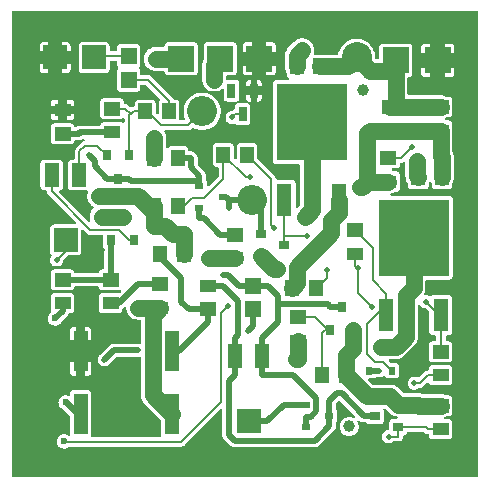
<source format=gtl>
G04 Layer: TopLayer*
G04 EasyEDA v6.5.51, 2026-01-23 20:44:13*
G04 9b21f2c40fdd485a9a18e9c23a84d7e9,fbdf34f9d0754eb9a98e5c232fff75f3,10*
G04 Gerber Generator version 0.2*
G04 Scale: 100 percent, Rotated: No, Reflected: No *
G04 Dimensions in millimeters *
G04 leading zeros omitted , absolute positions ,4 integer and 5 decimal *
%FSLAX45Y45*%
%MOMM*%

%AMMACRO1*21,1,$1,$2,0,0,$3*%
%ADD10C,0.5000*%
%ADD11C,1.4000*%
%ADD12C,0.2000*%
%ADD13C,1.0000*%
%ADD14R,2.2000X2.2000*%
%ADD15O,2.54X2.54*%
%ADD16C,2.5400*%
%ADD17R,2.0000X2.0000*%
%ADD18R,0.0135X2.0000*%
%ADD19MACRO1,1.35X1.41X0.0000*%
%ADD20R,1.3500X1.4100*%
%ADD21R,1.2000X3.5000*%
%ADD22R,0.7000X1.2500*%
%ADD23R,0.7000X0.6000*%
%ADD24R,1.3000X2.8000*%
%ADD25R,6.0000X6.5000*%
%ADD26R,0.6000X0.7000*%
%ADD27MACRO1,1.377X1.1325X-90.0000*%
%ADD28MACRO1,1.377X1.1325X0.0000*%
%ADD29R,1.3770X1.1325*%
%ADD30R,1.3000X2.0000*%
%ADD31MACRO1,1.377X1.1325X90.0000*%
%ADD32R,0.8000X0.9000*%
%ADD33R,0.9000X0.8000*%
%ADD34C,0.6100*%
%ADD35C,0.5000*%
%ADD36C,0.6000*%

%LPD*%
G36*
X36068Y25908D02*
G01*
X32156Y26670D01*
X28905Y28905D01*
X26670Y32156D01*
X25908Y36068D01*
X25908Y3963924D01*
X26670Y3967835D01*
X28905Y3971086D01*
X32156Y3973322D01*
X36068Y3974084D01*
X3963924Y3974084D01*
X3967835Y3973322D01*
X3971086Y3971086D01*
X3973322Y3967835D01*
X3974084Y3963924D01*
X3974084Y36068D01*
X3973322Y32156D01*
X3971086Y28905D01*
X3967835Y26670D01*
X3963924Y25908D01*
G37*

%LPC*%
G36*
X464921Y269951D02*
G01*
X474878Y269951D01*
X484733Y271576D01*
X494182Y274828D01*
X502970Y279552D01*
X509320Y284480D01*
X512267Y286105D01*
X515569Y286664D01*
X1459738Y286664D01*
X1468120Y287477D01*
X1475740Y289763D01*
X1482699Y293522D01*
X1489252Y298856D01*
X1791004Y600862D01*
X1794306Y603046D01*
X1798167Y603808D01*
X1802079Y603046D01*
X1805381Y600862D01*
X1807565Y597560D01*
X1808327Y593648D01*
X1808327Y388467D01*
X1808581Y383438D01*
X1809191Y378612D01*
X1810257Y373888D01*
X1811680Y369265D01*
X1813560Y364794D01*
X1815795Y360527D01*
X1818386Y356412D01*
X1821332Y352602D01*
X1824736Y348843D01*
X1876704Y296875D01*
X1880463Y293471D01*
X1884273Y290525D01*
X1888388Y287934D01*
X1892655Y285699D01*
X1897125Y283819D01*
X1901748Y282397D01*
X1906473Y281330D01*
X1911299Y280720D01*
X1916328Y280466D01*
X2590901Y280466D01*
X2595981Y280720D01*
X2600756Y281330D01*
X2605481Y282397D01*
X2610104Y283819D01*
X2614574Y285699D01*
X2618892Y287934D01*
X2622956Y290525D01*
X2626817Y293471D01*
X2630525Y296875D01*
X2755290Y421640D01*
X2758694Y425399D01*
X2761640Y429209D01*
X2764282Y433324D01*
X2766517Y437591D01*
X2768346Y442061D01*
X2769819Y446684D01*
X2770835Y451408D01*
X2771495Y456234D01*
X2771698Y461264D01*
X2771698Y489661D01*
X2772308Y493115D01*
X2774035Y496112D01*
X2776524Y499160D01*
X2779318Y504443D01*
X2781046Y510133D01*
X2781706Y516585D01*
X2781706Y575614D01*
X2781046Y582066D01*
X2779318Y587756D01*
X2776524Y593039D01*
X2774035Y596087D01*
X2772308Y599084D01*
X2771698Y602538D01*
X2771698Y644296D01*
X2772460Y648208D01*
X2774696Y651459D01*
X2793187Y669950D01*
X2796438Y672185D01*
X2800350Y672947D01*
X2804210Y672185D01*
X2807512Y669950D01*
X2933801Y543661D01*
X2936036Y540308D01*
X2936798Y536346D01*
X2935935Y532384D01*
X2933598Y529082D01*
X2930144Y526948D01*
X2926130Y526338D01*
X2922219Y527354D01*
X2912313Y532130D01*
X2900781Y535686D01*
X2888894Y537464D01*
X2876905Y537464D01*
X2864967Y535686D01*
X2853486Y532130D01*
X2842666Y526897D01*
X2832709Y520141D01*
X2823921Y511962D01*
X2816402Y502513D01*
X2810408Y492099D01*
X2805988Y480923D01*
X2803296Y469188D01*
X2802432Y457200D01*
X2803296Y445211D01*
X2805988Y433476D01*
X2810408Y422300D01*
X2816402Y411886D01*
X2823921Y402437D01*
X2832709Y394258D01*
X2842666Y387502D01*
X2853486Y382270D01*
X2864967Y378714D01*
X2876905Y376936D01*
X2888894Y376936D01*
X2900781Y378714D01*
X2912313Y382270D01*
X2923133Y387502D01*
X2933090Y394258D01*
X2941878Y402437D01*
X2949397Y411886D01*
X2955391Y422300D01*
X2959811Y433476D01*
X2962452Y445211D01*
X2963367Y457200D01*
X2962452Y469188D01*
X2959811Y480923D01*
X2955391Y492099D01*
X2953054Y496214D01*
X2951784Y500075D01*
X2952140Y504190D01*
X2954070Y507796D01*
X2957271Y510336D01*
X2961233Y511403D01*
X2965297Y510844D01*
X2968802Y508660D01*
X2974289Y503529D01*
X2978048Y500634D01*
X2982163Y498043D01*
X2986430Y495808D01*
X2990900Y493928D01*
X2995523Y492506D01*
X3000248Y491439D01*
X3005074Y490829D01*
X3010103Y490575D01*
X3024124Y490575D01*
X3028442Y489610D01*
X3031947Y486867D01*
X3033877Y484581D01*
X3038500Y480771D01*
X3043732Y477977D01*
X3049473Y476250D01*
X3055874Y475589D01*
X3144875Y475589D01*
X3151327Y476250D01*
X3157067Y477977D01*
X3162300Y480771D01*
X3166922Y484581D01*
X3170732Y489153D01*
X3173526Y494436D01*
X3175254Y500176D01*
X3175914Y506577D01*
X3175914Y585622D01*
X3175254Y592023D01*
X3173577Y597712D01*
X3173171Y601472D01*
X3174136Y605078D01*
X3176371Y608126D01*
X3179572Y610108D01*
X3184347Y610819D01*
X3188208Y610057D01*
X3191510Y607822D01*
X3229102Y570280D01*
X3239211Y561390D01*
X3250133Y554075D01*
X3261969Y548233D01*
X3274415Y544017D01*
X3285947Y541731D01*
X3289858Y540054D01*
X3292754Y536905D01*
X3294075Y532892D01*
X3293668Y528675D01*
X3291586Y525018D01*
X3288131Y522478D01*
X3283965Y521614D01*
X3255924Y521614D01*
X3249472Y520954D01*
X3243732Y519226D01*
X3238500Y516432D01*
X3233877Y512622D01*
X3230067Y508000D01*
X3227273Y502767D01*
X3225546Y497027D01*
X3224885Y490575D01*
X3224885Y436473D01*
X3224225Y432816D01*
X3222244Y429615D01*
X3219246Y427380D01*
X3215640Y426364D01*
X3207562Y425653D01*
X3198266Y423164D01*
X3189478Y419100D01*
X3181553Y413512D01*
X3174746Y406704D01*
X3169158Y398780D01*
X3165094Y389991D01*
X3162604Y380695D01*
X3161741Y371043D01*
X3162604Y361391D01*
X3165094Y352094D01*
X3169158Y343306D01*
X3174746Y335381D01*
X3181553Y328574D01*
X3189478Y322986D01*
X3198266Y318922D01*
X3207562Y316433D01*
X3217214Y315569D01*
X3226866Y316433D01*
X3236163Y318922D01*
X3244951Y322986D01*
X3253079Y328676D01*
X3255873Y330047D01*
X3258921Y330555D01*
X3299917Y330555D01*
X3308299Y331368D01*
X3315868Y333654D01*
X3322878Y337413D01*
X3329025Y342442D01*
X3334054Y348589D01*
X3337763Y355549D01*
X3340100Y363169D01*
X3340963Y372008D01*
X3341878Y375310D01*
X3343859Y378155D01*
X3346704Y380187D01*
X3351326Y381203D01*
X3357067Y382981D01*
X3362299Y385775D01*
X3366922Y389585D01*
X3370732Y394157D01*
X3373526Y399440D01*
X3374745Y403402D01*
X3376828Y407111D01*
X3380282Y409701D01*
X3384448Y410616D01*
X3509975Y410616D01*
X3513886Y409803D01*
X3517188Y407619D01*
X3519678Y405130D01*
X3526231Y399745D01*
X3533190Y396036D01*
X3540810Y393700D01*
X3549091Y392887D01*
X3552647Y391871D01*
X3555593Y389636D01*
X3557574Y386435D01*
X3558235Y382778D01*
X3558235Y377291D01*
X3558895Y370840D01*
X3560622Y365099D01*
X3563416Y359867D01*
X3567226Y355244D01*
X3571849Y351434D01*
X3577082Y348640D01*
X3582822Y346913D01*
X3589274Y346252D01*
X3725976Y346252D01*
X3732377Y346913D01*
X3738118Y348640D01*
X3743350Y351434D01*
X3747973Y355244D01*
X3751783Y359867D01*
X3754577Y365099D01*
X3756304Y370840D01*
X3756964Y377291D01*
X3756964Y489508D01*
X3756304Y495960D01*
X3754577Y501700D01*
X3751783Y506933D01*
X3747973Y511556D01*
X3743350Y515366D01*
X3738118Y518159D01*
X3732377Y519887D01*
X3725976Y520547D01*
X3698595Y520547D01*
X3694582Y521360D01*
X3691280Y523646D01*
X3689096Y527050D01*
X3688435Y531063D01*
X3689400Y535025D01*
X3691788Y538276D01*
X3705504Y545236D01*
X3709974Y546252D01*
X3725976Y546252D01*
X3732377Y546912D01*
X3738118Y548640D01*
X3743350Y551434D01*
X3747973Y555244D01*
X3751783Y559866D01*
X3754577Y565099D01*
X3756304Y570839D01*
X3756964Y577291D01*
X3756964Y617931D01*
X3758082Y633374D01*
X3756964Y648868D01*
X3756964Y689508D01*
X3756304Y695960D01*
X3754577Y701700D01*
X3751783Y706932D01*
X3747973Y711555D01*
X3743350Y715365D01*
X3738118Y718159D01*
X3732377Y719886D01*
X3725976Y720547D01*
X3709974Y720547D01*
X3705504Y721563D01*
X3696055Y726236D01*
X3683609Y730453D01*
X3670706Y733044D01*
X3657244Y733907D01*
X3504082Y733907D01*
X3500831Y734466D01*
X3489858Y738174D01*
X3477006Y740714D01*
X3463544Y741578D01*
X3346246Y741578D01*
X3342335Y742391D01*
X3339033Y744575D01*
X3301492Y782167D01*
X3291332Y791057D01*
X3280410Y798372D01*
X3268624Y804164D01*
X3256178Y808380D01*
X3243275Y810971D01*
X3229813Y811834D01*
X3079394Y811834D01*
X3075533Y812596D01*
X3072231Y814832D01*
X3041192Y845870D01*
X3039008Y849121D01*
X3038195Y853033D01*
X3039008Y856945D01*
X3041192Y860196D01*
X3044494Y862431D01*
X3048355Y863193D01*
X3084118Y863193D01*
X3090519Y863803D01*
X3096260Y865581D01*
X3101543Y868375D01*
X3104591Y870864D01*
X3107588Y872591D01*
X3111042Y873201D01*
X3139186Y873201D01*
X3149295Y874064D01*
X3158591Y876553D01*
X3167380Y880668D01*
X3172409Y884174D01*
X3176320Y885850D01*
X3180588Y885748D01*
X3184448Y883919D01*
X3187192Y880668D01*
X3189274Y876757D01*
X3193084Y872185D01*
X3197656Y868375D01*
X3202940Y865581D01*
X3208680Y863803D01*
X3215081Y863193D01*
X3274110Y863193D01*
X3280562Y863803D01*
X3286251Y865581D01*
X3291535Y868375D01*
X3296158Y872185D01*
X3299917Y876757D01*
X3302762Y882040D01*
X3304489Y887780D01*
X3305098Y894181D01*
X3305098Y963218D01*
X3304489Y969619D01*
X3302762Y975360D01*
X3299917Y980643D01*
X3296158Y985215D01*
X3291535Y989025D01*
X3286251Y991819D01*
X3280562Y993597D01*
X3274110Y994206D01*
X3240582Y994206D01*
X3236671Y994968D01*
X3233420Y997203D01*
X3219754Y1010869D01*
X3217519Y1014120D01*
X3216757Y1018032D01*
X3217519Y1021943D01*
X3219754Y1025194D01*
X3223006Y1027430D01*
X3226917Y1028192D01*
X3279292Y1028192D01*
X3292754Y1029055D01*
X3305657Y1031646D01*
X3318103Y1035862D01*
X3329889Y1041653D01*
X3340811Y1048969D01*
X3350971Y1057859D01*
X3434994Y1141882D01*
X3443884Y1152042D01*
X3451199Y1162964D01*
X3456990Y1174750D01*
X3461207Y1187196D01*
X3463798Y1200099D01*
X3464661Y1213561D01*
X3464661Y1478534D01*
X3465576Y1482699D01*
X3468065Y1486103D01*
X3471773Y1488236D01*
X3475990Y1488643D01*
X3480054Y1487271D01*
X3483152Y1484376D01*
X3487826Y1477721D01*
X3494633Y1470863D01*
X3502558Y1465326D01*
X3511346Y1461211D01*
X3520643Y1458722D01*
X3524605Y1458366D01*
X3528009Y1457452D01*
X3530904Y1455470D01*
X3560521Y1425854D01*
X3562705Y1422552D01*
X3563518Y1418640D01*
X3563518Y1258519D01*
X3564128Y1252067D01*
X3565855Y1246327D01*
X3568700Y1241094D01*
X3572459Y1236472D01*
X3577082Y1232662D01*
X3582365Y1229868D01*
X3588054Y1228140D01*
X3594506Y1227480D01*
X3608324Y1227480D01*
X3612235Y1226718D01*
X3615537Y1224534D01*
X3617722Y1221232D01*
X3618484Y1217320D01*
X3618484Y1198575D01*
X3617925Y1195171D01*
X3617112Y1186891D01*
X3616045Y1183335D01*
X3613810Y1180388D01*
X3610660Y1178407D01*
X3607003Y1177747D01*
X3589274Y1177747D01*
X3582822Y1177086D01*
X3577082Y1175359D01*
X3571849Y1172565D01*
X3567226Y1168755D01*
X3563416Y1164132D01*
X3560622Y1158900D01*
X3558895Y1153160D01*
X3558235Y1146708D01*
X3558235Y1034491D01*
X3558895Y1028039D01*
X3560622Y1022299D01*
X3563416Y1017066D01*
X3567226Y1012444D01*
X3571849Y1008634D01*
X3577082Y1005840D01*
X3582822Y1004112D01*
X3589274Y1003452D01*
X3725976Y1003452D01*
X3732377Y1004112D01*
X3738118Y1005840D01*
X3743350Y1008634D01*
X3747973Y1012444D01*
X3751783Y1017066D01*
X3754577Y1022299D01*
X3756304Y1028039D01*
X3756964Y1034491D01*
X3756964Y1146708D01*
X3756304Y1153160D01*
X3754577Y1158900D01*
X3751783Y1164132D01*
X3747973Y1168755D01*
X3743350Y1172565D01*
X3738118Y1175359D01*
X3732377Y1177086D01*
X3725976Y1177747D01*
X3709568Y1177747D01*
X3705453Y1178610D01*
X3702050Y1181100D01*
X3699916Y1184706D01*
X3699510Y1189177D01*
X3699510Y1217320D01*
X3700272Y1221232D01*
X3702456Y1224534D01*
X3705758Y1226718D01*
X3709670Y1227480D01*
X3723487Y1227480D01*
X3729939Y1228140D01*
X3735679Y1229868D01*
X3740912Y1232662D01*
X3745534Y1236472D01*
X3749344Y1241094D01*
X3752138Y1246327D01*
X3753865Y1252067D01*
X3754526Y1258519D01*
X3754526Y1537512D01*
X3753865Y1543964D01*
X3752138Y1549654D01*
X3749344Y1554937D01*
X3745534Y1559560D01*
X3740912Y1563319D01*
X3735679Y1566164D01*
X3729939Y1567891D01*
X3723487Y1568500D01*
X3594506Y1568500D01*
X3588054Y1567891D01*
X3582365Y1566164D01*
X3577082Y1563319D01*
X3573018Y1559966D01*
X3569106Y1557985D01*
X3564737Y1557832D01*
X3560724Y1559509D01*
X3558032Y1561388D01*
X3549243Y1565503D01*
X3539947Y1567992D01*
X3530295Y1568805D01*
X3527044Y1568551D01*
X3522776Y1569059D01*
X3519170Y1571294D01*
X3516731Y1574800D01*
X3515969Y1579016D01*
X3517036Y1583131D01*
X3521811Y1592935D01*
X3526078Y1605381D01*
X3528618Y1618234D01*
X3529533Y1631696D01*
X3529533Y1690725D01*
X3530295Y1694637D01*
X3532479Y1697939D01*
X3535781Y1700123D01*
X3539693Y1700885D01*
X3728516Y1700885D01*
X3734968Y1701546D01*
X3740658Y1703273D01*
X3745941Y1706067D01*
X3750564Y1709877D01*
X3754323Y1714500D01*
X3757168Y1719732D01*
X3758895Y1725472D01*
X3759504Y1731924D01*
X3759504Y2380894D01*
X3758895Y2387346D01*
X3757168Y2393035D01*
X3754323Y2398318D01*
X3750564Y2402941D01*
X3745941Y2406751D01*
X3740658Y2409545D01*
X3734968Y2411272D01*
X3728516Y2411933D01*
X3241954Y2411933D01*
X3237992Y2412746D01*
X3234639Y2415032D01*
X3232454Y2418435D01*
X3231794Y2422448D01*
X3232759Y2426411D01*
X3235198Y2429662D01*
X3238703Y2431694D01*
X3251555Y2436063D01*
X3261004Y2440736D01*
X3265474Y2441752D01*
X3281476Y2441752D01*
X3287877Y2442413D01*
X3293618Y2444140D01*
X3298850Y2446934D01*
X3303473Y2450744D01*
X3307283Y2455367D01*
X3310077Y2460599D01*
X3311804Y2466340D01*
X3312464Y2472791D01*
X3312464Y2513431D01*
X3313582Y2528874D01*
X3312464Y2544368D01*
X3312464Y2585008D01*
X3311804Y2591460D01*
X3310077Y2597200D01*
X3307283Y2602433D01*
X3303473Y2607056D01*
X3298850Y2610866D01*
X3293618Y2613660D01*
X3287877Y2615387D01*
X3281476Y2616047D01*
X3265474Y2616047D01*
X3261004Y2617063D01*
X3250793Y2621991D01*
X3247288Y2624023D01*
X3244900Y2627274D01*
X3243935Y2631236D01*
X3244596Y2635250D01*
X3246780Y2638653D01*
X3250082Y2640939D01*
X3254095Y2641752D01*
X3281476Y2641752D01*
X3287877Y2642412D01*
X3293618Y2644140D01*
X3298850Y2646934D01*
X3303473Y2650744D01*
X3307283Y2655366D01*
X3310077Y2660599D01*
X3311804Y2666339D01*
X3312464Y2672791D01*
X3312464Y2678277D01*
X3313125Y2681935D01*
X3315106Y2685135D01*
X3318052Y2687370D01*
X3321608Y2688386D01*
X3329889Y2689199D01*
X3337509Y2691536D01*
X3345179Y2695600D01*
X3349142Y2696768D01*
X3353308Y2696260D01*
X3356864Y2694127D01*
X3359251Y2690723D01*
X3360115Y2686659D01*
X3360115Y2573832D01*
X3360978Y2560370D01*
X3363569Y2547467D01*
X3367786Y2535021D01*
X3373577Y2523236D01*
X3379825Y2513888D01*
X3381146Y2511196D01*
X3381552Y2508250D01*
X3381552Y2497023D01*
X3382213Y2490622D01*
X3383940Y2484882D01*
X3386734Y2479649D01*
X3390544Y2475026D01*
X3395167Y2471216D01*
X3400399Y2468422D01*
X3406140Y2466695D01*
X3412591Y2466035D01*
X3453231Y2466035D01*
X3468725Y2464917D01*
X3484168Y2466035D01*
X3524808Y2466035D01*
X3531260Y2466695D01*
X3537000Y2468422D01*
X3542233Y2471216D01*
X3546856Y2475026D01*
X3550665Y2479649D01*
X3553460Y2484882D01*
X3555187Y2490622D01*
X3555847Y2497023D01*
X3555847Y2513025D01*
X3556863Y2517495D01*
X3559606Y2522982D01*
X3562400Y2526487D01*
X3566464Y2528417D01*
X3570935Y2528417D01*
X3574999Y2526487D01*
X3577793Y2522982D01*
X3580536Y2517495D01*
X3581552Y2513025D01*
X3581552Y2497023D01*
X3582212Y2490622D01*
X3583940Y2484882D01*
X3586734Y2479649D01*
X3590544Y2475026D01*
X3595166Y2471216D01*
X3600399Y2468422D01*
X3606139Y2466695D01*
X3612591Y2466035D01*
X3653231Y2466035D01*
X3668725Y2464917D01*
X3684168Y2466035D01*
X3724808Y2466035D01*
X3731260Y2466695D01*
X3737000Y2468422D01*
X3742232Y2471216D01*
X3746855Y2475026D01*
X3750665Y2479649D01*
X3753459Y2484882D01*
X3755186Y2490622D01*
X3755847Y2497023D01*
X3755847Y2513025D01*
X3756863Y2517495D01*
X3761536Y2526944D01*
X3765753Y2539390D01*
X3768344Y2552293D01*
X3769207Y2565755D01*
X3769207Y2733954D01*
X3768344Y2747416D01*
X3765753Y2760319D01*
X3761536Y2772765D01*
X3759149Y2777591D01*
X3758133Y2782062D01*
X3758133Y2960370D01*
X3756964Y2976168D01*
X3756964Y3016808D01*
X3756304Y3023260D01*
X3754577Y3029000D01*
X3751783Y3034233D01*
X3747973Y3038856D01*
X3743350Y3042666D01*
X3738118Y3045460D01*
X3732377Y3047187D01*
X3725976Y3047847D01*
X3709974Y3047847D01*
X3705504Y3048863D01*
X3700018Y3051606D01*
X3696512Y3054400D01*
X3694582Y3058464D01*
X3694582Y3062935D01*
X3696512Y3066999D01*
X3700018Y3069793D01*
X3705504Y3072536D01*
X3709974Y3073552D01*
X3725976Y3073552D01*
X3732377Y3074212D01*
X3738118Y3075940D01*
X3743350Y3078734D01*
X3747973Y3082544D01*
X3751783Y3087166D01*
X3754577Y3092399D01*
X3756304Y3098139D01*
X3756964Y3104591D01*
X3756964Y3145231D01*
X3758082Y3160674D01*
X3756964Y3176168D01*
X3756964Y3216808D01*
X3756304Y3223260D01*
X3754577Y3229000D01*
X3751783Y3234232D01*
X3747973Y3238855D01*
X3743350Y3242665D01*
X3738118Y3245459D01*
X3732377Y3247186D01*
X3725976Y3247847D01*
X3709974Y3247847D01*
X3705504Y3248863D01*
X3696055Y3253536D01*
X3683609Y3257753D01*
X3670706Y3260344D01*
X3657244Y3261207D01*
X3387293Y3261207D01*
X3383381Y3261969D01*
X3380079Y3264204D01*
X3377895Y3267456D01*
X3377133Y3271367D01*
X3377133Y3405378D01*
X3377793Y3409035D01*
X3379724Y3412236D01*
X3382721Y3414471D01*
X3386277Y3415487D01*
X3392525Y3416147D01*
X3398265Y3417874D01*
X3403498Y3420668D01*
X3408121Y3424478D01*
X3411931Y3429101D01*
X3414725Y3434334D01*
X3416452Y3440074D01*
X3417112Y3446475D01*
X3417112Y3665524D01*
X3416452Y3671925D01*
X3414725Y3677665D01*
X3411931Y3682898D01*
X3408121Y3687521D01*
X3403498Y3691331D01*
X3398265Y3694125D01*
X3392525Y3695852D01*
X3386124Y3696512D01*
X3167075Y3696512D01*
X3160674Y3695852D01*
X3154934Y3694125D01*
X3149701Y3691331D01*
X3145078Y3687521D01*
X3141268Y3682898D01*
X3138474Y3677665D01*
X3136747Y3671925D01*
X3136087Y3665524D01*
X3136087Y3575862D01*
X3135325Y3572001D01*
X3133140Y3568700D01*
X3129838Y3566515D01*
X3125927Y3565702D01*
X3113786Y3565702D01*
X3109772Y3566566D01*
X3106369Y3568903D01*
X3104235Y3572408D01*
X3103626Y3576421D01*
X3103880Y3581400D01*
X3102965Y3598418D01*
X3100222Y3615232D01*
X3095650Y3631692D01*
X3089351Y3647541D01*
X3081324Y3662578D01*
X3071774Y3676700D01*
X3060750Y3689705D01*
X3048355Y3701440D01*
X3034792Y3711752D01*
X3020161Y3720541D01*
X3004718Y3727704D01*
X2988513Y3733139D01*
X2971901Y3736797D01*
X2954934Y3738676D01*
X2937865Y3738676D01*
X2920898Y3736797D01*
X2904286Y3733139D01*
X2888081Y3727704D01*
X2872638Y3720541D01*
X2858008Y3711752D01*
X2844444Y3701440D01*
X2832049Y3689705D01*
X2821025Y3676700D01*
X2811475Y3662578D01*
X2803448Y3647541D01*
X2797149Y3631692D01*
X2791256Y3610864D01*
X2788970Y3608120D01*
X2785872Y3606342D01*
X2782417Y3605682D01*
X2640330Y3605682D01*
X2624531Y3604564D01*
X2594000Y3604564D01*
X2589631Y3605529D01*
X2586126Y3608273D01*
X2584145Y3612235D01*
X2583992Y3616706D01*
X2586634Y3629761D01*
X2587498Y3642868D01*
X2586634Y3656025D01*
X2584043Y3668877D01*
X2579827Y3681323D01*
X2574036Y3693160D01*
X2566720Y3704082D01*
X2558034Y3713937D01*
X2548178Y3722624D01*
X2537256Y3729939D01*
X2525420Y3735730D01*
X2512974Y3739946D01*
X2500122Y3742537D01*
X2486964Y3743401D01*
X2473858Y3742537D01*
X2461006Y3739946D01*
X2448560Y3735730D01*
X2436723Y3729939D01*
X2425801Y3722624D01*
X2415692Y3713734D01*
X2369159Y3667201D01*
X2360269Y3657092D01*
X2352954Y3646170D01*
X2347163Y3634333D01*
X2342946Y3621887D01*
X2340356Y3609035D01*
X2339492Y3595573D01*
X2339492Y3505555D01*
X2340356Y3492093D01*
X2342946Y3479190D01*
X2347163Y3466744D01*
X2351836Y3457295D01*
X2352852Y3452825D01*
X2352852Y3436823D01*
X2353513Y3430422D01*
X2355240Y3424682D01*
X2358034Y3419449D01*
X2361844Y3414826D01*
X2366467Y3411016D01*
X2370378Y3408934D01*
X2373731Y3406038D01*
X2375509Y3401974D01*
X2375408Y3397504D01*
X2373426Y3393541D01*
X2369921Y3390798D01*
X2365552Y3389833D01*
X2265883Y3389833D01*
X2259482Y3389172D01*
X2253742Y3387445D01*
X2248509Y3384651D01*
X2243886Y3380841D01*
X2240076Y3376218D01*
X2237282Y3370935D01*
X2235555Y3365246D01*
X2234895Y3358794D01*
X2234895Y2709824D01*
X2235555Y2703372D01*
X2237282Y2697632D01*
X2240076Y2692400D01*
X2243886Y2687777D01*
X2248509Y2683967D01*
X2253742Y2681173D01*
X2259482Y2679446D01*
X2265883Y2678785D01*
X2454757Y2678785D01*
X2458618Y2678023D01*
X2461920Y2675839D01*
X2464104Y2672537D01*
X2464866Y2668625D01*
X2464866Y2331516D01*
X2464104Y2327605D01*
X2461920Y2324303D01*
X2448255Y2310688D01*
X2444953Y2308453D01*
X2441092Y2307691D01*
X2437180Y2308453D01*
X2433878Y2310688D01*
X2431694Y2313990D01*
X2430932Y2317851D01*
X2430932Y2515412D01*
X2430272Y2521864D01*
X2428544Y2527554D01*
X2425750Y2532837D01*
X2421940Y2537460D01*
X2417318Y2541219D01*
X2412085Y2544064D01*
X2406345Y2545791D01*
X2399893Y2546400D01*
X2275078Y2546400D01*
X2271420Y2547112D01*
X2268270Y2549042D01*
X2265984Y2551988D01*
X2264918Y2556256D01*
X2262581Y2563876D01*
X2258872Y2570886D01*
X2253488Y2577388D01*
X2107793Y2723083D01*
X2105609Y2726385D01*
X2104847Y2730246D01*
X2104847Y2824226D01*
X2104186Y2830677D01*
X2102459Y2836418D01*
X2099665Y2841650D01*
X2095855Y2846273D01*
X2091232Y2850083D01*
X2086000Y2852877D01*
X2080260Y2854604D01*
X2073808Y2855264D01*
X1961591Y2855264D01*
X1955139Y2854604D01*
X1949399Y2852877D01*
X1944166Y2850083D01*
X1939543Y2846273D01*
X1935734Y2841650D01*
X1932939Y2836418D01*
X1931212Y2830677D01*
X1930552Y2824226D01*
X1930552Y2724861D01*
X1929790Y2720949D01*
X1927606Y2717647D01*
X1924304Y2715463D01*
X1920392Y2714701D01*
X1916531Y2715463D01*
X1913229Y2717647D01*
X1907793Y2723083D01*
X1905609Y2726385D01*
X1904847Y2730246D01*
X1904847Y2824226D01*
X1904187Y2830677D01*
X1902460Y2836418D01*
X1899666Y2841650D01*
X1895856Y2846273D01*
X1891233Y2850083D01*
X1885950Y2852877D01*
X1880260Y2854604D01*
X1873808Y2855264D01*
X1761540Y2855264D01*
X1755139Y2854604D01*
X1749399Y2852877D01*
X1744116Y2850083D01*
X1739544Y2846273D01*
X1735734Y2841650D01*
X1732940Y2836418D01*
X1731213Y2830677D01*
X1730552Y2824226D01*
X1730552Y2687523D01*
X1731213Y2681122D01*
X1732940Y2675382D01*
X1735734Y2670098D01*
X1739544Y2665526D01*
X1744116Y2661716D01*
X1749399Y2658922D01*
X1755139Y2657195D01*
X1761540Y2656535D01*
X1767027Y2656535D01*
X1770938Y2655773D01*
X1774240Y2653538D01*
X1776425Y2650286D01*
X1777187Y2646375D01*
X1777187Y2575306D01*
X1776425Y2571394D01*
X1774240Y2568092D01*
X1697329Y2491232D01*
X1694078Y2489047D01*
X1690166Y2488285D01*
X1686255Y2489047D01*
X1683004Y2491232D01*
X1680768Y2494534D01*
X1680006Y2498445D01*
X1680006Y2524810D01*
X1679397Y2531262D01*
X1677619Y2536952D01*
X1674825Y2542235D01*
X1672336Y2545283D01*
X1670608Y2548280D01*
X1669999Y2551734D01*
X1669999Y2580132D01*
X1669796Y2585161D01*
X1669135Y2589987D01*
X1668119Y2594711D01*
X1666646Y2599334D01*
X1664817Y2603804D01*
X1662582Y2608072D01*
X1659940Y2612186D01*
X1656994Y2615996D01*
X1653590Y2619756D01*
X1603654Y2669692D01*
X1601470Y2672943D01*
X1600708Y2676855D01*
X1600708Y2730042D01*
X1599793Y2740152D01*
X1597304Y2749448D01*
X1593240Y2758236D01*
X1587652Y2766161D01*
X1580845Y2772968D01*
X1572920Y2778556D01*
X1564132Y2782620D01*
X1554835Y2785110D01*
X1544726Y2786024D01*
X1530807Y2786024D01*
X1526895Y2786786D01*
X1523593Y2788970D01*
X1521409Y2792272D01*
X1520647Y2796184D01*
X1520647Y2798826D01*
X1519986Y2805277D01*
X1518259Y2811018D01*
X1515465Y2816250D01*
X1511655Y2820873D01*
X1507032Y2824683D01*
X1501800Y2827477D01*
X1496060Y2829204D01*
X1489608Y2829864D01*
X1377391Y2829864D01*
X1370939Y2829204D01*
X1365199Y2827477D01*
X1359966Y2824683D01*
X1355344Y2820873D01*
X1352042Y2816860D01*
X1348790Y2814269D01*
X1344828Y2813151D01*
X1340764Y2813710D01*
X1337208Y2815894D01*
X1334871Y2819247D01*
X1334008Y2823311D01*
X1334008Y2899054D01*
X1333144Y2912516D01*
X1330553Y2925419D01*
X1326337Y2937865D01*
X1320546Y2949651D01*
X1319733Y2950819D01*
X1318158Y2954883D01*
X1318412Y2959201D01*
X1320444Y2963062D01*
X1323949Y2965704D01*
X1328216Y2966618D01*
X1520748Y2966618D01*
X1529130Y2967431D01*
X1536700Y2969768D01*
X1543710Y2973476D01*
X1550212Y2978861D01*
X1553972Y2982620D01*
X1557426Y2984855D01*
X1561439Y2985566D01*
X1565452Y2984652D01*
X1579981Y2977896D01*
X1596186Y2972460D01*
X1612798Y2968802D01*
X1629765Y2966923D01*
X1646834Y2966923D01*
X1663801Y2968802D01*
X1680413Y2972460D01*
X1696618Y2977896D01*
X1712061Y2985058D01*
X1726692Y2993847D01*
X1740255Y3004159D01*
X1752650Y3015894D01*
X1763674Y3028899D01*
X1773224Y3043021D01*
X1781251Y3058058D01*
X1787550Y3073908D01*
X1792122Y3090367D01*
X1794865Y3107182D01*
X1795780Y3124200D01*
X1794865Y3141218D01*
X1792122Y3158032D01*
X1787550Y3174492D01*
X1781251Y3190341D01*
X1773224Y3205378D01*
X1763674Y3219500D01*
X1752650Y3232505D01*
X1740255Y3244240D01*
X1726692Y3254552D01*
X1712061Y3263341D01*
X1696618Y3270503D01*
X1680413Y3275939D01*
X1663801Y3279597D01*
X1646834Y3281476D01*
X1629765Y3281476D01*
X1612798Y3279597D01*
X1596186Y3275939D01*
X1579981Y3270503D01*
X1564538Y3263341D01*
X1549908Y3254552D01*
X1536344Y3244240D01*
X1523949Y3232505D01*
X1512925Y3219500D01*
X1503375Y3205378D01*
X1495348Y3190341D01*
X1489049Y3174492D01*
X1484477Y3158032D01*
X1481734Y3141218D01*
X1480820Y3124200D01*
X1481734Y3107182D01*
X1484477Y3090367D01*
X1489049Y3073908D01*
X1493977Y3061563D01*
X1494688Y3057702D01*
X1493875Y3053842D01*
X1491691Y3050590D01*
X1488389Y3048406D01*
X1484528Y3047644D01*
X1454607Y3047644D01*
X1450695Y3048406D01*
X1447393Y3050590D01*
X1445209Y3053892D01*
X1444447Y3057804D01*
X1444447Y3192526D01*
X1443786Y3198977D01*
X1442059Y3204718D01*
X1439265Y3209950D01*
X1435455Y3214573D01*
X1430832Y3218383D01*
X1425600Y3221177D01*
X1419860Y3222904D01*
X1413408Y3223564D01*
X1404264Y3223564D01*
X1400657Y3224225D01*
X1397558Y3226104D01*
X1395272Y3229000D01*
X1391005Y3237128D01*
X1385671Y3243630D01*
X1210056Y3419195D01*
X1203909Y3424326D01*
X1196949Y3428136D01*
X1189380Y3430524D01*
X1180998Y3431387D01*
X1124051Y3431946D01*
X1120190Y3432759D01*
X1116939Y3434943D01*
X1114755Y3438245D01*
X1113993Y3442106D01*
X1113993Y3462477D01*
X1113383Y3468928D01*
X1111656Y3474669D01*
X1108811Y3479901D01*
X1102156Y3488131D01*
X1101191Y3492500D01*
X1102156Y3496818D01*
X1108811Y3505047D01*
X1111656Y3510330D01*
X1113383Y3516071D01*
X1113993Y3522472D01*
X1113993Y3662476D01*
X1113383Y3668928D01*
X1111656Y3674668D01*
X1108811Y3679901D01*
X1105052Y3684524D01*
X1100429Y3688334D01*
X1095146Y3691128D01*
X1089456Y3692855D01*
X1083005Y3693515D01*
X948994Y3693515D01*
X942543Y3692855D01*
X936853Y3691128D01*
X931570Y3688334D01*
X926947Y3684524D01*
X923188Y3679901D01*
X920343Y3674668D01*
X918616Y3668928D01*
X918006Y3662476D01*
X918006Y3643172D01*
X917194Y3639261D01*
X915009Y3635959D01*
X911707Y3633774D01*
X907846Y3633012D01*
X864565Y3633012D01*
X860653Y3633774D01*
X857402Y3635959D01*
X855167Y3639261D01*
X854405Y3643172D01*
X854405Y3680917D01*
X853795Y3687318D01*
X852017Y3693058D01*
X849223Y3698290D01*
X845413Y3702913D01*
X840841Y3706723D01*
X835558Y3709517D01*
X829818Y3711244D01*
X823417Y3711905D01*
X624382Y3711905D01*
X617931Y3711244D01*
X612241Y3709517D01*
X606958Y3706723D01*
X602335Y3702913D01*
X598576Y3698290D01*
X595782Y3693058D01*
X594004Y3687318D01*
X593394Y3680917D01*
X593394Y3481882D01*
X594004Y3475431D01*
X595782Y3469741D01*
X598576Y3464458D01*
X602335Y3459835D01*
X606958Y3456076D01*
X612241Y3453231D01*
X617931Y3451504D01*
X624382Y3450894D01*
X823417Y3450894D01*
X829818Y3451504D01*
X835558Y3453231D01*
X840841Y3456076D01*
X845413Y3459835D01*
X849223Y3464458D01*
X852017Y3469741D01*
X853795Y3475431D01*
X854405Y3481882D01*
X854405Y3541826D01*
X855167Y3545687D01*
X857402Y3548989D01*
X860653Y3551224D01*
X864565Y3551986D01*
X907846Y3551986D01*
X911707Y3551224D01*
X915009Y3548989D01*
X917194Y3545687D01*
X918006Y3541826D01*
X918006Y3522472D01*
X918616Y3516071D01*
X920343Y3510330D01*
X923188Y3505047D01*
X929843Y3496818D01*
X930808Y3492500D01*
X929843Y3488131D01*
X923188Y3479901D01*
X920343Y3474669D01*
X918616Y3468928D01*
X918006Y3462477D01*
X918006Y3322472D01*
X918616Y3316071D01*
X920343Y3310331D01*
X923188Y3305048D01*
X926947Y3300476D01*
X931570Y3296665D01*
X936853Y3293872D01*
X942543Y3292094D01*
X948994Y3291484D01*
X1083005Y3291484D01*
X1089456Y3292094D01*
X1095146Y3293872D01*
X1100429Y3296665D01*
X1105052Y3300476D01*
X1108811Y3305048D01*
X1111656Y3310331D01*
X1113383Y3316071D01*
X1113993Y3322472D01*
X1113993Y3340760D01*
X1114806Y3344672D01*
X1116990Y3347974D01*
X1120343Y3350158D01*
X1124254Y3350920D01*
X1160018Y3350564D01*
X1163828Y3349802D01*
X1167079Y3347618D01*
X1282750Y3231997D01*
X1285036Y3228441D01*
X1285697Y3224276D01*
X1284630Y3220212D01*
X1281988Y3216960D01*
X1279144Y3214573D01*
X1275334Y3209950D01*
X1272540Y3204718D01*
X1270812Y3198977D01*
X1270152Y3192526D01*
X1270152Y3110179D01*
X1269390Y3106267D01*
X1267206Y3102965D01*
X1263904Y3100781D01*
X1259992Y3100019D01*
X1256131Y3100781D01*
X1252829Y3102965D01*
X1247394Y3108401D01*
X1245209Y3111703D01*
X1244447Y3115564D01*
X1244447Y3192526D01*
X1243787Y3198977D01*
X1242060Y3204718D01*
X1239266Y3209950D01*
X1235456Y3214573D01*
X1230833Y3218383D01*
X1225600Y3221177D01*
X1219860Y3222904D01*
X1213408Y3223564D01*
X1101191Y3223564D01*
X1094740Y3222904D01*
X1088999Y3221177D01*
X1083767Y3218383D01*
X1079144Y3214573D01*
X1075334Y3209950D01*
X1072540Y3204718D01*
X1070813Y3198977D01*
X1070152Y3192526D01*
X1070152Y3174796D01*
X1069492Y3171139D01*
X1067511Y3167989D01*
X1064564Y3165754D01*
X1061008Y3164687D01*
X1052728Y3163874D01*
X1045108Y3161588D01*
X1041196Y3159506D01*
X1037082Y3158337D01*
X1032865Y3158947D01*
X1029258Y3161284D01*
X1014221Y3176320D01*
X1007668Y3181654D01*
X1000709Y3185363D01*
X993089Y3187700D01*
X984808Y3188512D01*
X981252Y3189528D01*
X978306Y3191764D01*
X976325Y3194964D01*
X975664Y3198622D01*
X975664Y3204108D01*
X975004Y3210560D01*
X973277Y3216300D01*
X970483Y3221532D01*
X966673Y3226155D01*
X962050Y3229965D01*
X956818Y3232759D01*
X951077Y3234486D01*
X944676Y3235147D01*
X807974Y3235147D01*
X801522Y3234486D01*
X795782Y3232759D01*
X790549Y3229965D01*
X785926Y3226155D01*
X782116Y3221532D01*
X779322Y3216300D01*
X777595Y3210560D01*
X776935Y3204108D01*
X776935Y3091891D01*
X777595Y3085439D01*
X779322Y3079699D01*
X782116Y3074466D01*
X785926Y3069844D01*
X790549Y3066034D01*
X795782Y3063240D01*
X801522Y3061512D01*
X807974Y3060852D01*
X944676Y3060852D01*
X951077Y3061512D01*
X956818Y3063240D01*
X962050Y3066034D01*
X964996Y3068421D01*
X968298Y3070250D01*
X972108Y3070707D01*
X975766Y3069793D01*
X978865Y3067507D01*
X980897Y3064306D01*
X981608Y3060598D01*
X981608Y3035401D01*
X980897Y3031693D01*
X978865Y3028492D01*
X975766Y3026206D01*
X972108Y3025292D01*
X968298Y3025749D01*
X964996Y3027578D01*
X962050Y3029966D01*
X956818Y3032760D01*
X951077Y3034487D01*
X944676Y3035147D01*
X807974Y3035147D01*
X801522Y3034487D01*
X795782Y3032760D01*
X790549Y3029966D01*
X785926Y3026156D01*
X782116Y3021533D01*
X779322Y3016300D01*
X777646Y3010712D01*
X775563Y3006953D01*
X772109Y3004413D01*
X767892Y3003499D01*
X606704Y3003499D01*
X601675Y3003296D01*
X596849Y3002635D01*
X592124Y3001619D01*
X587502Y3000146D01*
X583031Y2998317D01*
X578866Y2996133D01*
X573532Y2992526D01*
X570788Y2991256D01*
X565607Y2990799D01*
X561390Y2991713D01*
X557936Y2994253D01*
X555853Y2998012D01*
X554177Y3003550D01*
X551383Y3008833D01*
X547573Y3013456D01*
X542950Y3017266D01*
X537718Y3020060D01*
X531977Y3021787D01*
X525576Y3022447D01*
X388874Y3022447D01*
X382422Y3021787D01*
X376682Y3020060D01*
X371449Y3017266D01*
X366826Y3013456D01*
X363016Y3008833D01*
X360222Y3003550D01*
X358495Y2997860D01*
X357835Y2991408D01*
X357835Y2879140D01*
X358495Y2872740D01*
X360222Y2866999D01*
X363016Y2861716D01*
X366826Y2857144D01*
X371449Y2853334D01*
X376682Y2850540D01*
X382422Y2848813D01*
X388874Y2848152D01*
X525576Y2848152D01*
X531977Y2848813D01*
X537718Y2850540D01*
X542950Y2853334D01*
X547573Y2857144D01*
X551383Y2861716D01*
X554177Y2866999D01*
X555904Y2872587D01*
X557987Y2876346D01*
X561390Y2878886D01*
X565607Y2879801D01*
X593598Y2879801D01*
X598627Y2880004D01*
X603453Y2880664D01*
X608177Y2881680D01*
X612800Y2883154D01*
X616102Y2884525D01*
X620166Y2885287D01*
X621741Y2884932D01*
X622503Y2886913D01*
X625398Y2889859D01*
X629513Y2892044D01*
X634136Y2892501D01*
X638149Y2891688D01*
X641502Y2889300D01*
X643686Y2885846D01*
X644296Y2881782D01*
X643229Y2877820D01*
X640689Y2874568D01*
X637082Y2872587D01*
X634034Y2871673D01*
X629310Y2871520D01*
X629056Y2870504D01*
X626465Y2867304D01*
X620877Y2862681D01*
X571804Y2813659D01*
X566470Y2807106D01*
X562711Y2800146D01*
X560425Y2792526D01*
X559612Y2784144D01*
X559612Y2727045D01*
X558800Y2723184D01*
X556615Y2719882D01*
X553313Y2717698D01*
X549452Y2716885D01*
X535635Y2716885D01*
X529183Y2716276D01*
X523443Y2714548D01*
X518210Y2711704D01*
X513588Y2707944D01*
X509778Y2703322D01*
X506984Y2698038D01*
X505256Y2692349D01*
X504596Y2685897D01*
X504596Y2486914D01*
X505256Y2480462D01*
X506984Y2474722D01*
X509778Y2469489D01*
X513588Y2464866D01*
X518210Y2461056D01*
X523443Y2458262D01*
X529183Y2456535D01*
X535635Y2455875D01*
X661974Y2455875D01*
X665734Y2455164D01*
X668985Y2453081D01*
X671220Y2449982D01*
X672134Y2446274D01*
X671626Y2442464D01*
X668223Y2432456D01*
X665632Y2419604D01*
X664768Y2406446D01*
X665632Y2393340D01*
X668223Y2380488D01*
X672439Y2368042D01*
X678230Y2356205D01*
X685546Y2345283D01*
X694232Y2335428D01*
X704088Y2326741D01*
X714502Y2319782D01*
X717499Y2316734D01*
X718921Y2312670D01*
X718566Y2308402D01*
X716483Y2304643D01*
X707847Y2294788D01*
X700532Y2283866D01*
X694740Y2272030D01*
X690473Y2259584D01*
X687933Y2246731D01*
X687070Y2233574D01*
X687933Y2220468D01*
X690473Y2207615D01*
X691540Y2204415D01*
X692048Y2199944D01*
X690524Y2195677D01*
X687324Y2192528D01*
X683056Y2191054D01*
X678586Y2191562D01*
X674776Y2194001D01*
X429514Y2439212D01*
X427380Y2442362D01*
X426567Y2446070D01*
X427177Y2449830D01*
X429056Y2453081D01*
X432054Y2455418D01*
X441756Y2458262D01*
X446989Y2461056D01*
X451612Y2464866D01*
X455422Y2469489D01*
X458216Y2474722D01*
X459943Y2480462D01*
X460603Y2486914D01*
X460603Y2685897D01*
X459943Y2692349D01*
X458216Y2698038D01*
X455422Y2703322D01*
X451612Y2707944D01*
X446989Y2711704D01*
X441756Y2714548D01*
X436016Y2716276D01*
X429615Y2716885D01*
X300583Y2716885D01*
X294132Y2716276D01*
X288442Y2714548D01*
X283159Y2711704D01*
X278536Y2707944D01*
X274777Y2703322D01*
X271932Y2698038D01*
X270205Y2692349D01*
X269595Y2685897D01*
X269595Y2486914D01*
X270205Y2480462D01*
X271932Y2474722D01*
X274777Y2469489D01*
X278536Y2464866D01*
X283159Y2461056D01*
X288442Y2458262D01*
X294132Y2456535D01*
X300583Y2455875D01*
X314502Y2455875D01*
X318160Y2455214D01*
X321310Y2453284D01*
X323545Y2450287D01*
X324612Y2446731D01*
X325424Y2438450D01*
X327710Y2430881D01*
X331470Y2423871D01*
X336804Y2417368D01*
X569925Y2184247D01*
X572109Y2180945D01*
X572871Y2177084D01*
X572109Y2173173D01*
X569925Y2169871D01*
X566623Y2167686D01*
X562711Y2166924D01*
X383082Y2166924D01*
X376682Y2166264D01*
X370941Y2164537D01*
X365658Y2161743D01*
X361086Y2157933D01*
X357276Y2153310D01*
X354482Y2148078D01*
X352704Y2142337D01*
X352094Y2135886D01*
X352094Y1936902D01*
X352704Y1930450D01*
X354482Y1924761D01*
X357276Y1919478D01*
X363474Y1911959D01*
X364693Y1908403D01*
X364490Y1904593D01*
X362966Y1901189D01*
X358343Y1894636D01*
X354279Y1885848D01*
X351790Y1876552D01*
X350926Y1866900D01*
X351790Y1857248D01*
X354279Y1847951D01*
X358343Y1839163D01*
X363931Y1831238D01*
X370738Y1824431D01*
X378663Y1818843D01*
X387451Y1814779D01*
X396748Y1812289D01*
X406400Y1811426D01*
X416051Y1812289D01*
X425348Y1814779D01*
X434136Y1818843D01*
X442061Y1824431D01*
X448868Y1831238D01*
X454456Y1839163D01*
X458520Y1847951D01*
X461009Y1857248D01*
X461365Y1861210D01*
X462280Y1864614D01*
X464312Y1867509D01*
X499719Y1902917D01*
X503021Y1905101D01*
X506882Y1905914D01*
X582117Y1905914D01*
X588518Y1906524D01*
X594258Y1908251D01*
X599541Y1911096D01*
X604113Y1914855D01*
X607923Y1919478D01*
X610717Y1924761D01*
X612495Y1930450D01*
X613105Y1936902D01*
X613105Y2116531D01*
X613867Y2120392D01*
X616102Y2123694D01*
X619404Y2125929D01*
X623265Y2126691D01*
X627176Y2125929D01*
X630428Y2123694D01*
X663651Y2090521D01*
X670204Y2085136D01*
X677164Y2081428D01*
X684784Y2079091D01*
X693166Y2078278D01*
X789533Y2078278D01*
X793394Y2077516D01*
X796696Y2075332D01*
X798931Y2072030D01*
X799693Y2068118D01*
X799693Y1989074D01*
X800303Y1982673D01*
X802081Y1976932D01*
X804875Y1971700D01*
X808634Y1967077D01*
X810971Y1965147D01*
X813714Y1961642D01*
X814679Y1957324D01*
X814679Y1955495D01*
X813866Y1951431D01*
X811428Y1945843D01*
X810006Y1941322D01*
X808939Y1936597D01*
X808329Y1931771D01*
X808075Y1926742D01*
X808075Y1797507D01*
X807313Y1793595D01*
X805129Y1790293D01*
X801827Y1788109D01*
X797915Y1787347D01*
X795274Y1787347D01*
X788822Y1786686D01*
X783082Y1784959D01*
X777849Y1782165D01*
X773226Y1778355D01*
X769416Y1773732D01*
X766622Y1768500D01*
X764895Y1762912D01*
X762812Y1759153D01*
X759409Y1756613D01*
X755192Y1755698D01*
X565607Y1755698D01*
X561390Y1756613D01*
X557987Y1759153D01*
X555904Y1762912D01*
X554177Y1768500D01*
X551383Y1773732D01*
X547573Y1778355D01*
X542950Y1782165D01*
X537718Y1784959D01*
X531977Y1786686D01*
X525576Y1787347D01*
X388874Y1787347D01*
X382422Y1786686D01*
X376682Y1784959D01*
X371449Y1782165D01*
X366826Y1778355D01*
X363016Y1773732D01*
X360222Y1768500D01*
X358495Y1762760D01*
X357835Y1756308D01*
X357835Y1644091D01*
X358495Y1637639D01*
X360222Y1631899D01*
X363016Y1626666D01*
X366826Y1622044D01*
X371449Y1618234D01*
X376682Y1615440D01*
X382422Y1613712D01*
X388874Y1613052D01*
X525576Y1613052D01*
X531977Y1613712D01*
X537718Y1615440D01*
X542950Y1618234D01*
X547573Y1622044D01*
X551383Y1626666D01*
X554177Y1631899D01*
X555853Y1637487D01*
X557936Y1641246D01*
X561390Y1643786D01*
X565607Y1644700D01*
X755192Y1644700D01*
X759409Y1643786D01*
X762863Y1641246D01*
X764946Y1637487D01*
X766622Y1631899D01*
X769416Y1626666D01*
X773226Y1622044D01*
X777849Y1618234D01*
X783082Y1615440D01*
X788822Y1613712D01*
X795274Y1613052D01*
X931976Y1613052D01*
X938377Y1613712D01*
X941069Y1614525D01*
X945540Y1614830D01*
X949706Y1613255D01*
X952753Y1610004D01*
X954125Y1605788D01*
X953617Y1601368D01*
X951230Y1597609D01*
X943508Y1589938D01*
X939749Y1587550D01*
X935329Y1586992D01*
X931976Y1587347D01*
X795274Y1587347D01*
X788822Y1586687D01*
X783082Y1584960D01*
X777849Y1582166D01*
X773226Y1578356D01*
X769416Y1573733D01*
X766622Y1568500D01*
X764895Y1562760D01*
X764235Y1556308D01*
X764235Y1444091D01*
X764895Y1437640D01*
X766622Y1431899D01*
X769416Y1426667D01*
X773226Y1422044D01*
X777849Y1418234D01*
X783082Y1415440D01*
X788822Y1413713D01*
X795274Y1413052D01*
X931976Y1413052D01*
X938377Y1413713D01*
X944118Y1415440D01*
X949350Y1418234D01*
X953973Y1422044D01*
X957783Y1426667D01*
X960577Y1431899D01*
X962304Y1437640D01*
X962964Y1444091D01*
X962964Y1448917D01*
X963879Y1453134D01*
X966469Y1456588D01*
X971803Y1461211D01*
X977646Y1467053D01*
X980846Y1469237D01*
X984656Y1470050D01*
X988415Y1469390D01*
X991717Y1467358D01*
X994003Y1464259D01*
X994968Y1460550D01*
X995730Y1448968D01*
X998321Y1436116D01*
X1002537Y1423670D01*
X1008329Y1411833D01*
X1015644Y1400911D01*
X1024331Y1391056D01*
X1034186Y1382369D01*
X1045108Y1375054D01*
X1056944Y1369263D01*
X1069390Y1365046D01*
X1082243Y1362456D01*
X1095705Y1361592D01*
X1110945Y1361592D01*
X1114806Y1360830D01*
X1118108Y1358595D01*
X1120292Y1355344D01*
X1121105Y1351432D01*
X1121105Y1165606D01*
X1120394Y1161948D01*
X1118463Y1158798D01*
X1115517Y1156563D01*
X1111961Y1155496D01*
X1108303Y1155801D01*
X1104392Y1156817D01*
X1094333Y1157732D01*
X891844Y1157732D01*
X886764Y1157478D01*
X881989Y1156868D01*
X877265Y1155801D01*
X872642Y1154379D01*
X868171Y1152499D01*
X863853Y1150264D01*
X859790Y1147673D01*
X855929Y1144727D01*
X852220Y1141323D01*
X772210Y1061313D01*
X768807Y1057554D01*
X765860Y1053744D01*
X763219Y1049629D01*
X760984Y1045362D01*
X759155Y1040892D01*
X757682Y1036269D01*
X756666Y1031544D01*
X756005Y1026718D01*
X755802Y1021892D01*
X756005Y1017066D01*
X756666Y1012240D01*
X757682Y1007516D01*
X759155Y1002893D01*
X760984Y998423D01*
X763219Y994156D01*
X765860Y990041D01*
X768807Y986231D01*
X772058Y982624D01*
X775614Y979373D01*
X779475Y976426D01*
X783539Y973836D01*
X787857Y971600D01*
X792327Y969721D01*
X796950Y968298D01*
X801674Y967232D01*
X806450Y966622D01*
X811326Y966368D01*
X816152Y966622D01*
X820928Y967232D01*
X825652Y968298D01*
X830275Y969721D01*
X834745Y971600D01*
X839063Y973836D01*
X843127Y976426D01*
X846988Y979373D01*
X850696Y982776D01*
X911656Y1043736D01*
X914908Y1045921D01*
X918819Y1046683D01*
X1094333Y1046683D01*
X1104392Y1047597D01*
X1108303Y1048613D01*
X1111961Y1048918D01*
X1115517Y1047851D01*
X1118463Y1045616D01*
X1120394Y1042466D01*
X1121105Y1038809D01*
X1121105Y721563D01*
X1121968Y708101D01*
X1124508Y695198D01*
X1128776Y682752D01*
X1134567Y670966D01*
X1141882Y660044D01*
X1150772Y649884D01*
X1290828Y509828D01*
X1293012Y506526D01*
X1293774Y502666D01*
X1293774Y383997D01*
X1294282Y378815D01*
X1293825Y374650D01*
X1291742Y370992D01*
X1288288Y368554D01*
X1284173Y367639D01*
X709726Y367639D01*
X705612Y368554D01*
X702157Y370992D01*
X700074Y374650D01*
X699617Y378815D01*
X700125Y383997D01*
X700125Y732993D01*
X699465Y739444D01*
X697738Y745134D01*
X694944Y750417D01*
X691134Y755040D01*
X686511Y758850D01*
X681278Y761644D01*
X675538Y763371D01*
X669086Y764032D01*
X550113Y764032D01*
X543661Y763371D01*
X537921Y761644D01*
X532688Y758850D01*
X528066Y755040D01*
X524256Y750417D01*
X521462Y745134D01*
X519734Y739444D01*
X519074Y732993D01*
X519074Y725830D01*
X518363Y722071D01*
X516280Y718820D01*
X513181Y716584D01*
X509422Y715670D01*
X505612Y716229D01*
X497433Y719023D01*
X487578Y720648D01*
X477621Y720648D01*
X467766Y719023D01*
X458317Y715772D01*
X449529Y711047D01*
X441655Y704900D01*
X434898Y697534D01*
X429412Y689203D01*
X425399Y680059D01*
X422960Y670356D01*
X422148Y660400D01*
X422960Y650443D01*
X425399Y640740D01*
X429412Y631596D01*
X434898Y623265D01*
X441655Y615899D01*
X449529Y609803D01*
X459333Y604520D01*
X461772Y602742D01*
X516128Y548386D01*
X518312Y545084D01*
X519074Y541172D01*
X519074Y389077D01*
X518210Y384962D01*
X515772Y381558D01*
X512216Y379425D01*
X508050Y378968D01*
X504037Y380136D01*
X494182Y385572D01*
X484733Y388823D01*
X474878Y390448D01*
X464921Y390448D01*
X455066Y388823D01*
X445617Y385572D01*
X436829Y380847D01*
X428955Y374700D01*
X422198Y367334D01*
X416712Y359003D01*
X412699Y349859D01*
X410260Y340156D01*
X409448Y330200D01*
X410260Y320243D01*
X412699Y310540D01*
X416712Y301396D01*
X422198Y293065D01*
X428955Y285699D01*
X436829Y279552D01*
X445617Y274828D01*
X455066Y271576D01*
G37*
G36*
X3434130Y768248D02*
G01*
X3443732Y769061D01*
X3453079Y771550D01*
X3461816Y775665D01*
X3469995Y781354D01*
X3472738Y782726D01*
X3475786Y783183D01*
X3481273Y783183D01*
X3489655Y783996D01*
X3497275Y786333D01*
X3504234Y790041D01*
X3510787Y795426D01*
X3543300Y827938D01*
X3546754Y830173D01*
X3550869Y830884D01*
X3554882Y829868D01*
X3558184Y827328D01*
X3563416Y817067D01*
X3567226Y812444D01*
X3571849Y808634D01*
X3577082Y805840D01*
X3582822Y804113D01*
X3589274Y803452D01*
X3725976Y803452D01*
X3732377Y804113D01*
X3738118Y805840D01*
X3743350Y808634D01*
X3747973Y812444D01*
X3751783Y817067D01*
X3754577Y822299D01*
X3756304Y828040D01*
X3756964Y834491D01*
X3756964Y946708D01*
X3756304Y953160D01*
X3754577Y958900D01*
X3751783Y964133D01*
X3747973Y968756D01*
X3743350Y972566D01*
X3738118Y975360D01*
X3732377Y977087D01*
X3725976Y977747D01*
X3589274Y977747D01*
X3582822Y977087D01*
X3577082Y975360D01*
X3571849Y972566D01*
X3567226Y968756D01*
X3563416Y964133D01*
X3560622Y958900D01*
X3558895Y953160D01*
X3558235Y946708D01*
X3558235Y941222D01*
X3557574Y937564D01*
X3555593Y934364D01*
X3552647Y932129D01*
X3549091Y931113D01*
X3540810Y930300D01*
X3533190Y927963D01*
X3526231Y924255D01*
X3519678Y918870D01*
X3474161Y873353D01*
X3470706Y871118D01*
X3466693Y870407D01*
X3462680Y871321D01*
X3453079Y875842D01*
X3443732Y878332D01*
X3434130Y879144D01*
X3424478Y878332D01*
X3415131Y875842D01*
X3406394Y871728D01*
X3398469Y866190D01*
X3391611Y859332D01*
X3386074Y851408D01*
X3381959Y842670D01*
X3379470Y833323D01*
X3378657Y823671D01*
X3379470Y814069D01*
X3381959Y804722D01*
X3386074Y795985D01*
X3391611Y788060D01*
X3398469Y781202D01*
X3406394Y775665D01*
X3415131Y771550D01*
X3424478Y769061D01*
G37*
G36*
X645972Y886968D02*
G01*
X669086Y886968D01*
X675538Y887628D01*
X681278Y889355D01*
X686511Y892149D01*
X691134Y895959D01*
X694944Y900582D01*
X697738Y905865D01*
X699465Y911555D01*
X700125Y918006D01*
X700125Y998626D01*
X645972Y998626D01*
G37*
G36*
X550113Y886968D02*
G01*
X573227Y886968D01*
X573227Y998626D01*
X519074Y998626D01*
X519074Y918006D01*
X519734Y911555D01*
X521462Y905865D01*
X524256Y900582D01*
X528066Y895959D01*
X532688Y892149D01*
X537921Y889355D01*
X543661Y887628D01*
G37*
G36*
X519074Y1186332D02*
G01*
X573227Y1186332D01*
X573227Y1297990D01*
X550113Y1297990D01*
X543661Y1297381D01*
X537921Y1295654D01*
X532688Y1292809D01*
X528066Y1289050D01*
X524256Y1284427D01*
X521462Y1279144D01*
X519734Y1273454D01*
X519074Y1267002D01*
G37*
G36*
X645972Y1186332D02*
G01*
X700125Y1186332D01*
X700125Y1267002D01*
X699465Y1273454D01*
X697738Y1279144D01*
X694944Y1284427D01*
X691134Y1289050D01*
X686511Y1292809D01*
X681278Y1295654D01*
X675538Y1297381D01*
X669086Y1297990D01*
X645972Y1297990D01*
G37*
G36*
X388721Y1311351D02*
G01*
X398678Y1311351D01*
X408533Y1312976D01*
X417982Y1316228D01*
X426770Y1320952D01*
X434644Y1327099D01*
X441401Y1334465D01*
X446887Y1342796D01*
X448818Y1347216D01*
X450951Y1350365D01*
X496316Y1395679D01*
X499719Y1399438D01*
X502615Y1403197D01*
X505714Y1408226D01*
X508000Y1410817D01*
X510997Y1412494D01*
X514350Y1413052D01*
X525576Y1413052D01*
X531977Y1413713D01*
X537718Y1415440D01*
X542950Y1418234D01*
X547573Y1422044D01*
X551383Y1426667D01*
X554177Y1431899D01*
X555904Y1437640D01*
X556564Y1444091D01*
X556564Y1556308D01*
X555904Y1562760D01*
X554177Y1568500D01*
X551383Y1573733D01*
X547573Y1578356D01*
X542950Y1582166D01*
X537718Y1584960D01*
X531977Y1586687D01*
X525576Y1587347D01*
X388874Y1587347D01*
X382422Y1586687D01*
X376682Y1584960D01*
X371449Y1582166D01*
X366826Y1578356D01*
X363016Y1573733D01*
X360222Y1568500D01*
X358495Y1562760D01*
X357835Y1556308D01*
X357835Y1444091D01*
X358495Y1437690D01*
X360680Y1430680D01*
X361086Y1426616D01*
X359867Y1422704D01*
X357225Y1419606D01*
X352755Y1416100D01*
X345998Y1408734D01*
X340512Y1400403D01*
X336499Y1391259D01*
X334060Y1381556D01*
X333248Y1371600D01*
X334060Y1361643D01*
X336499Y1351940D01*
X340512Y1342796D01*
X345998Y1334465D01*
X352755Y1327099D01*
X360629Y1320952D01*
X369417Y1316228D01*
X378866Y1312976D01*
G37*
G36*
X1946706Y3007410D02*
G01*
X2015693Y3007410D01*
X2022144Y3008020D01*
X2027834Y3009747D01*
X2033117Y3012592D01*
X2037740Y3016351D01*
X2041550Y3020974D01*
X2044344Y3026257D01*
X2046071Y3031947D01*
X2046732Y3038398D01*
X2046732Y3162401D01*
X2046071Y3168853D01*
X2044344Y3174542D01*
X2041550Y3179826D01*
X2037740Y3184448D01*
X2029256Y3191205D01*
X2027377Y3194659D01*
X2026767Y3195320D01*
X2023262Y3193440D01*
X2019300Y3193034D01*
X2015693Y3193389D01*
X1946706Y3193389D01*
X1943100Y3193034D01*
X1939137Y3193440D01*
X1935175Y3195929D01*
X1935022Y3194659D01*
X1933143Y3191205D01*
X1924659Y3184448D01*
X1920849Y3179826D01*
X1918055Y3174542D01*
X1916328Y3168853D01*
X1915668Y3162401D01*
X1915668Y3148939D01*
X1914804Y3144723D01*
X1912213Y3141268D01*
X1908505Y3139186D01*
X1903831Y3137763D01*
X1896821Y3134055D01*
X1892757Y3130702D01*
X1890115Y3129127D01*
X1887169Y3128416D01*
X1882648Y3128010D01*
X1873351Y3125520D01*
X1864563Y3121456D01*
X1856638Y3115868D01*
X1849831Y3109061D01*
X1844243Y3101136D01*
X1840179Y3092348D01*
X1837689Y3083052D01*
X1836826Y3073400D01*
X1837689Y3063748D01*
X1840179Y3054451D01*
X1844243Y3045663D01*
X1849831Y3037738D01*
X1856638Y3030931D01*
X1864563Y3025343D01*
X1873351Y3021279D01*
X1882648Y3018790D01*
X1892300Y3017926D01*
X1901901Y3018790D01*
X1912518Y3021685D01*
X1916379Y3021990D01*
X1920036Y3020822D01*
X1923034Y3018332D01*
X1924659Y3016351D01*
X1929282Y3012592D01*
X1934565Y3009747D01*
X1940255Y3008020D01*
G37*
G36*
X388874Y3048152D02*
G01*
X416407Y3048152D01*
X416407Y3100628D01*
X357835Y3100628D01*
X357835Y3079191D01*
X358495Y3072739D01*
X360222Y3066999D01*
X363016Y3061766D01*
X366826Y3057144D01*
X371449Y3053334D01*
X376682Y3050540D01*
X382422Y3048812D01*
G37*
G36*
X497992Y3048152D02*
G01*
X525576Y3048152D01*
X531977Y3048812D01*
X537718Y3050540D01*
X542950Y3053334D01*
X547573Y3057144D01*
X551383Y3061766D01*
X554177Y3066999D01*
X555904Y3072739D01*
X556564Y3079191D01*
X556564Y3100628D01*
X497992Y3100628D01*
G37*
G36*
X357835Y3169970D02*
G01*
X416407Y3169970D01*
X416407Y3222447D01*
X388874Y3222447D01*
X382422Y3221786D01*
X376682Y3220059D01*
X371449Y3217265D01*
X366826Y3213455D01*
X363016Y3208832D01*
X360222Y3203600D01*
X358495Y3197860D01*
X357835Y3191408D01*
G37*
G36*
X497992Y3169970D02*
G01*
X556564Y3169970D01*
X556564Y3191408D01*
X555904Y3197860D01*
X554177Y3203600D01*
X551383Y3208832D01*
X547573Y3213455D01*
X542950Y3217265D01*
X537718Y3220059D01*
X531977Y3221786D01*
X525576Y3222447D01*
X497992Y3222447D01*
G37*
G36*
X2030171Y3204870D02*
G01*
X2034133Y3207359D01*
X2038096Y3207766D01*
X2041702Y3207410D01*
X2052370Y3207410D01*
X2052370Y3262782D01*
X2010714Y3262782D01*
X2010714Y3238398D01*
X2011324Y3231946D01*
X2013051Y3226257D01*
X2015896Y3220974D01*
X2019655Y3216351D01*
X2028189Y3209594D01*
X2030018Y3206140D01*
G37*
G36*
X1932228Y3204870D02*
G01*
X1932381Y3206140D01*
X1934210Y3209594D01*
X1942744Y3216351D01*
X1946503Y3220974D01*
X1949348Y3226257D01*
X1951075Y3231946D01*
X1951685Y3238398D01*
X1951685Y3362401D01*
X1951075Y3368852D01*
X1949348Y3374542D01*
X1946503Y3379825D01*
X1942744Y3384448D01*
X1938121Y3388207D01*
X1932838Y3391052D01*
X1927148Y3392779D01*
X1920697Y3393389D01*
X1851710Y3393389D01*
X1846224Y3393744D01*
X1842617Y3395878D01*
X1840128Y3399282D01*
X1839264Y3403396D01*
X1839264Y3418027D01*
X1840026Y3421938D01*
X1842262Y3425240D01*
X1845513Y3427425D01*
X1849424Y3428187D01*
X1900224Y3428187D01*
X1906625Y3428847D01*
X1912366Y3430574D01*
X1917598Y3433368D01*
X1922221Y3437178D01*
X1926031Y3441801D01*
X1928825Y3447034D01*
X1930552Y3452774D01*
X1931212Y3459175D01*
X1931212Y3678224D01*
X1930552Y3684625D01*
X1928825Y3690365D01*
X1926031Y3695598D01*
X1922221Y3700221D01*
X1917598Y3704031D01*
X1912366Y3706825D01*
X1906625Y3708552D01*
X1900224Y3709212D01*
X1681175Y3709212D01*
X1674774Y3708552D01*
X1669034Y3706825D01*
X1663801Y3704031D01*
X1659178Y3700221D01*
X1655368Y3695598D01*
X1652574Y3690365D01*
X1650847Y3684625D01*
X1650187Y3678224D01*
X1650187Y3566261D01*
X1649120Y3561740D01*
X1645920Y3555187D01*
X1641703Y3542741D01*
X1639112Y3529888D01*
X1638249Y3516426D01*
X1638249Y3393795D01*
X1639112Y3380333D01*
X1641703Y3367481D01*
X1645920Y3355035D01*
X1651711Y3343198D01*
X1659026Y3332276D01*
X1667713Y3322421D01*
X1677568Y3313734D01*
X1688490Y3306419D01*
X1700326Y3300628D01*
X1712772Y3296412D01*
X1725625Y3293821D01*
X1738782Y3292957D01*
X1751888Y3293821D01*
X1764741Y3296412D01*
X1777187Y3300628D01*
X1789023Y3306419D01*
X1799945Y3313734D01*
X1803857Y3317189D01*
X1807159Y3319119D01*
X1810969Y3319678D01*
X1814728Y3318764D01*
X1817878Y3316579D01*
X1819960Y3313328D01*
X1820672Y3309518D01*
X1820672Y3238398D01*
X1821332Y3231946D01*
X1823059Y3226257D01*
X1825853Y3220974D01*
X1829663Y3216351D01*
X1834286Y3212592D01*
X1839518Y3209747D01*
X1845259Y3208020D01*
X1851710Y3207410D01*
X1920697Y3207410D01*
X1924304Y3207766D01*
X1928266Y3207359D01*
G37*
G36*
X2100072Y3207410D02*
G01*
X2110689Y3207410D01*
X2117140Y3208020D01*
X2122881Y3209747D01*
X2128113Y3212592D01*
X2132736Y3216351D01*
X2136546Y3220974D01*
X2139340Y3226257D01*
X2141067Y3231946D01*
X2141728Y3238398D01*
X2141728Y3262782D01*
X2100072Y3262782D01*
G37*
G36*
X2100072Y3338017D02*
G01*
X2141728Y3338017D01*
X2141728Y3362401D01*
X2141067Y3368852D01*
X2139340Y3374542D01*
X2136546Y3379825D01*
X2132736Y3384448D01*
X2128113Y3388207D01*
X2122881Y3391052D01*
X2117140Y3392779D01*
X2110689Y3393389D01*
X2100072Y3393389D01*
G37*
G36*
X2010714Y3338017D02*
G01*
X2052370Y3338017D01*
X2052370Y3393389D01*
X2041702Y3393389D01*
X2035251Y3392779D01*
X2029561Y3391052D01*
X2024278Y3388207D01*
X2019655Y3384448D01*
X2015896Y3379825D01*
X2013051Y3374542D01*
X2011324Y3368852D01*
X2010714Y3362401D01*
G37*
G36*
X3522675Y3415487D02*
G01*
X3570833Y3415487D01*
X3570833Y3494633D01*
X3491687Y3494633D01*
X3491687Y3446475D01*
X3492347Y3440074D01*
X3494074Y3434334D01*
X3496868Y3429101D01*
X3500678Y3424478D01*
X3505301Y3420668D01*
X3510534Y3417874D01*
X3516274Y3416147D01*
G37*
G36*
X3693566Y3415487D02*
G01*
X3741724Y3415487D01*
X3748125Y3416147D01*
X3753865Y3417874D01*
X3759098Y3420668D01*
X3763721Y3424478D01*
X3767531Y3429101D01*
X3770325Y3434334D01*
X3772052Y3440074D01*
X3772712Y3446475D01*
X3772712Y3494633D01*
X3693566Y3494633D01*
G37*
G36*
X2182266Y3428187D02*
G01*
X2230424Y3428187D01*
X2236825Y3428847D01*
X2242566Y3430574D01*
X2247798Y3433368D01*
X2252421Y3437178D01*
X2256231Y3441801D01*
X2259025Y3447034D01*
X2260752Y3452774D01*
X2261412Y3459175D01*
X2261412Y3507333D01*
X2182266Y3507333D01*
G37*
G36*
X2011375Y3428187D02*
G01*
X2059533Y3428187D01*
X2059533Y3507333D01*
X1980387Y3507333D01*
X1980387Y3459175D01*
X1981047Y3452774D01*
X1982774Y3447034D01*
X1985568Y3441801D01*
X1989378Y3437178D01*
X1994001Y3433368D01*
X1999234Y3430574D01*
X2004974Y3428847D01*
G37*
G36*
X1350975Y3428187D02*
G01*
X1570024Y3428187D01*
X1576425Y3428847D01*
X1582166Y3430574D01*
X1587398Y3433368D01*
X1592021Y3437178D01*
X1595831Y3441801D01*
X1598625Y3447034D01*
X1600352Y3452774D01*
X1601012Y3459175D01*
X1601012Y3678224D01*
X1600352Y3684625D01*
X1598625Y3690365D01*
X1595831Y3695598D01*
X1592021Y3700221D01*
X1587398Y3704031D01*
X1582166Y3706825D01*
X1576425Y3708552D01*
X1570024Y3709212D01*
X1350975Y3709212D01*
X1344574Y3708552D01*
X1338834Y3706825D01*
X1333601Y3704031D01*
X1328978Y3700221D01*
X1325168Y3695598D01*
X1322374Y3690365D01*
X1320647Y3684625D01*
X1319987Y3678377D01*
X1318971Y3674821D01*
X1316736Y3671824D01*
X1313535Y3669893D01*
X1309878Y3669182D01*
X1245311Y3669182D01*
X1231849Y3668318D01*
X1218946Y3665778D01*
X1206500Y3661511D01*
X1194714Y3655720D01*
X1183792Y3648405D01*
X1173886Y3639769D01*
X1165250Y3629863D01*
X1157935Y3618941D01*
X1152144Y3607155D01*
X1147876Y3594709D01*
X1145336Y3581806D01*
X1144473Y3568700D01*
X1145336Y3555593D01*
X1147876Y3542690D01*
X1152144Y3530244D01*
X1157935Y3518458D01*
X1165250Y3507536D01*
X1173886Y3497630D01*
X1183792Y3488994D01*
X1194714Y3481679D01*
X1206500Y3475837D01*
X1218946Y3471621D01*
X1231849Y3469081D01*
X1245311Y3468166D01*
X1309878Y3468166D01*
X1313535Y3467506D01*
X1316736Y3465576D01*
X1318971Y3462578D01*
X1319987Y3459022D01*
X1320647Y3452774D01*
X1322374Y3447034D01*
X1325168Y3441801D01*
X1328978Y3437178D01*
X1333601Y3433368D01*
X1338834Y3430574D01*
X1344574Y3428847D01*
G37*
G36*
X450037Y3450894D02*
G01*
X493217Y3450894D01*
X499618Y3451504D01*
X505358Y3453231D01*
X510641Y3456076D01*
X515213Y3459835D01*
X519023Y3464458D01*
X521817Y3469741D01*
X523595Y3475431D01*
X524205Y3481882D01*
X524205Y3525062D01*
X450037Y3525062D01*
G37*
G36*
X294182Y3450894D02*
G01*
X337362Y3450894D01*
X337362Y3525062D01*
X263194Y3525062D01*
X263194Y3481882D01*
X263804Y3475431D01*
X265582Y3469741D01*
X268376Y3464458D01*
X272186Y3459835D01*
X276758Y3456076D01*
X282041Y3453231D01*
X287782Y3451504D01*
G37*
G36*
X3693566Y3617366D02*
G01*
X3772712Y3617366D01*
X3772712Y3665524D01*
X3772052Y3671925D01*
X3770325Y3677665D01*
X3767531Y3682898D01*
X3763721Y3687521D01*
X3759098Y3691331D01*
X3753865Y3694125D01*
X3748125Y3695852D01*
X3741724Y3696512D01*
X3693566Y3696512D01*
G37*
G36*
X3491687Y3617366D02*
G01*
X3570833Y3617366D01*
X3570833Y3696512D01*
X3522675Y3696512D01*
X3516274Y3695852D01*
X3510534Y3694125D01*
X3505301Y3691331D01*
X3500678Y3687521D01*
X3496868Y3682898D01*
X3494074Y3677665D01*
X3492347Y3671925D01*
X3491687Y3665524D01*
G37*
G36*
X2182266Y3630066D02*
G01*
X2261412Y3630066D01*
X2261412Y3678224D01*
X2260752Y3684625D01*
X2259025Y3690365D01*
X2256231Y3695598D01*
X2252421Y3700221D01*
X2247798Y3704031D01*
X2242566Y3706825D01*
X2236825Y3708552D01*
X2230424Y3709212D01*
X2182266Y3709212D01*
G37*
G36*
X1980387Y3630066D02*
G01*
X2059533Y3630066D01*
X2059533Y3709212D01*
X2011375Y3709212D01*
X2004974Y3708552D01*
X1999234Y3706825D01*
X1994001Y3704031D01*
X1989378Y3700221D01*
X1985568Y3695598D01*
X1982774Y3690365D01*
X1981047Y3684625D01*
X1980387Y3678224D01*
G37*
G36*
X263194Y3637737D02*
G01*
X337362Y3637737D01*
X337362Y3711905D01*
X294182Y3711905D01*
X287782Y3711244D01*
X282041Y3709517D01*
X276758Y3706723D01*
X272186Y3702913D01*
X268376Y3698290D01*
X265582Y3693058D01*
X263804Y3687318D01*
X263194Y3680917D01*
G37*
G36*
X450037Y3637737D02*
G01*
X524205Y3637737D01*
X524205Y3680917D01*
X523595Y3687318D01*
X521817Y3693058D01*
X519023Y3698290D01*
X515213Y3702913D01*
X510641Y3706723D01*
X505358Y3709517D01*
X499618Y3711244D01*
X493217Y3711905D01*
X450037Y3711905D01*
G37*

%LPD*%
D10*
X3100400Y546100D02*
G01*
X3009892Y546100D01*
X2819394Y736597D01*
X2781294Y736597D01*
X2716199Y546100D02*
G01*
X2716199Y671499D01*
X2781300Y736600D01*
X1545183Y2730500D02*
G01*
X1545183Y2649651D01*
X1614500Y2580335D01*
D11*
X1233500Y2155189D02*
G01*
X1324508Y2155189D01*
X1393088Y2086610D01*
X1484299Y2086610D01*
X1484299Y1917700D02*
G01*
X1484299Y2086610D01*
X1233500Y2270582D02*
G01*
X1233500Y2155189D01*
D10*
X1284223Y1917700D02*
G01*
X1284223Y1890776D01*
X1460500Y1714500D01*
X1460500Y1511300D01*
X1525523Y1449323D01*
X1689100Y1449323D01*
X1384300Y1092504D02*
G01*
X1443888Y1092504D01*
X1689100Y1337716D01*
X1689100Y1393571D02*
G01*
X1689100Y1337716D01*
D11*
X3276600Y3465220D02*
G01*
X3062579Y3465220D01*
X2946400Y3581400D01*
D12*
X365099Y2446350D02*
G01*
X692657Y2118791D01*
X934973Y2118791D01*
X1020165Y2033600D01*
X1060195Y2033600D01*
D10*
X2135200Y2088896D02*
G01*
X2135200Y2297099D01*
X2057400Y2374900D01*
D12*
X1157300Y3124200D02*
G01*
X1174318Y3124200D01*
X1291386Y3007131D01*
X1521231Y3007131D01*
X1638300Y3124200D01*
X1022095Y2754299D02*
G01*
X1022095Y3098419D01*
X1433499Y2324100D02*
G01*
X1485902Y2324100D01*
X1549397Y2387594D01*
X1650997Y2387594D01*
X1817700Y2554297D01*
X1817700Y2755900D01*
X723897Y3581392D02*
G01*
X734997Y3592492D01*
X1015997Y3592492D01*
X1016000Y3392423D02*
G01*
X1181100Y3390900D01*
X1357376Y3214623D01*
X1357376Y3124200D01*
X3530295Y1513357D02*
G01*
X3645661Y1397990D01*
X3658997Y1397990D01*
X2933700Y2119299D02*
G01*
X3082163Y1970836D01*
X3082163Y1694891D01*
X3199002Y1578051D01*
X469900Y330200D02*
G01*
X472950Y327149D01*
X1460245Y327149D01*
X1798065Y665226D01*
X1798065Y1414271D01*
X1859787Y1475742D01*
X406400Y1866897D02*
G01*
X482600Y1943097D01*
X482600Y2036394D01*
D10*
X482600Y660397D02*
G01*
X584502Y558495D01*
X609600Y558495D01*
X393700Y1371597D02*
G01*
X457200Y1435097D01*
X457200Y1500200D01*
D12*
X1892300Y3073400D02*
G01*
X1919300Y3100400D01*
X1981200Y3100400D01*
X1817692Y2755894D02*
G01*
X2008187Y2565400D01*
X2044700Y2565400D01*
X2249959Y2136112D02*
G01*
X2225215Y2160854D01*
X2225215Y2548384D01*
X2017699Y2755900D01*
D10*
X1914499Y894664D02*
G01*
X1863852Y844016D01*
X1863852Y388264D01*
X1916125Y335991D01*
X2591130Y335991D01*
X2716199Y461060D01*
X2716199Y546100D02*
G01*
X2716199Y461063D01*
X2716199Y461063D01*
X2716199Y503577D02*
G01*
X2716199Y503580D01*
X2716199Y546100D01*
X3054604Y928700D02*
G01*
X3139643Y928700D01*
X1914499Y972185D02*
G01*
X1914499Y894664D01*
X1914499Y972185D02*
G01*
X1914499Y1049705D01*
X1689100Y1649399D02*
G01*
X1813001Y1649399D01*
X1914499Y1204747D02*
G01*
X1939899Y1230147D01*
X1939899Y1522501D01*
X1813001Y1649399D01*
X1914499Y1049705D02*
G01*
X1914499Y1204747D01*
X2187041Y499696D02*
G01*
X2328440Y641096D01*
X2516200Y641096D01*
X2032000Y499694D02*
G01*
X2187041Y499694D01*
D12*
X3199002Y1397990D02*
G01*
X3199002Y1488033D01*
X3199002Y1488033D02*
G01*
X3199002Y1578051D01*
X3199002Y1488033D02*
G01*
X3032023Y1321054D01*
X3032023Y1071448D01*
X3099460Y1004011D01*
X3169284Y1004011D01*
X3244595Y928700D01*
X2655900Y889000D02*
G01*
X2655900Y1245311D01*
X2682189Y1271600D01*
X2724404Y1271600D02*
G01*
X2703296Y1271600D01*
X2703296Y1271600D02*
G01*
X2682189Y1271600D01*
X2703296Y1271600D02*
G01*
X2592197Y1382699D01*
X2451100Y1382699D01*
D10*
X1282700Y1662099D02*
G01*
X1158798Y1662099D01*
X1158798Y1662099D02*
G01*
X1094206Y1662099D01*
X932306Y1500200D01*
X863600Y1500200D01*
X870204Y2033600D02*
G01*
X870204Y1933549D01*
X870204Y1933549D02*
G01*
X863600Y1926945D01*
X863600Y1700199D01*
X457200Y1700199D02*
G01*
X581101Y1700199D01*
X863600Y1700199D02*
G01*
X581101Y1700199D01*
D12*
X832104Y2754299D02*
G01*
X751992Y2834411D01*
X649859Y2834411D01*
X600100Y2784652D01*
X600100Y2586405D01*
X365099Y2586405D02*
G01*
X365099Y2446350D01*
D10*
X876300Y2948000D02*
G01*
X606501Y2948000D01*
X593801Y2935300D01*
X457200Y2935300D02*
G01*
X593798Y2935300D01*
X593798Y2935300D01*
X1793798Y2081199D02*
G01*
X1654733Y2220264D01*
X1614500Y2220264D01*
X1917700Y2081199D02*
G01*
X1793798Y2081199D01*
X1614500Y2305304D02*
G01*
X1614500Y2220264D01*
D12*
X2017699Y2755900D02*
G01*
X2038200Y2755900D01*
X2038200Y2755900D01*
X3657600Y433400D02*
G01*
X3548684Y433400D01*
X3434105Y823696D02*
G01*
X3481781Y823696D01*
X3548684Y890600D01*
X3657600Y890600D02*
G01*
X3548684Y890600D01*
X3548684Y433400D02*
G01*
X3530981Y451104D01*
X3300399Y451104D01*
X3300399Y451104D02*
G01*
X3300399Y371043D01*
X3300399Y371043D02*
G01*
X3217214Y371043D01*
D10*
X1433499Y2730500D02*
G01*
X1545183Y2730500D01*
X1614500Y2495296D02*
G01*
X1614500Y2537815D01*
X1614500Y2537815D02*
G01*
X1614500Y2580335D01*
X1614500Y2537815D02*
G01*
X1038631Y2537815D01*
X1022146Y2554300D01*
X974623Y2554300D02*
G01*
X1022146Y2554300D01*
X974623Y2554300D02*
G01*
X927100Y2554300D01*
X832053Y2554300D02*
G01*
X728624Y2657729D01*
X728624Y2705150D01*
X678357Y2755417D01*
X811301Y1021892D02*
G01*
X891616Y1102207D01*
X1094765Y1102207D01*
X2030679Y1264310D02*
G01*
X2070100Y1303731D01*
X2070100Y1449400D01*
X927100Y2554300D02*
G01*
X832053Y2554300D01*
X1689100Y1449400D02*
G01*
X1689100Y1393571D01*
D12*
X2335402Y2375890D02*
G01*
X2335402Y2195855D01*
X2335402Y2069084D02*
G01*
X2335402Y2195855D01*
X2335199Y1993900D02*
G01*
X2335199Y2068880D01*
X2335402Y2069084D01*
X2335402Y2069084D02*
G01*
X2525801Y2069084D01*
X2601899Y1625600D02*
G01*
X2692400Y1716100D01*
X2692400Y1778000D01*
X3322015Y2728899D02*
G01*
X3322015Y2732786D01*
X3416096Y2826867D01*
X3213100Y2728899D02*
G01*
X3322015Y2728899D01*
X2933700Y1919300D02*
G01*
X2933700Y1817319D01*
X2955670Y1795348D01*
X3657600Y1090599D02*
G01*
X3657600Y1187297D01*
X2955670Y1795348D02*
G01*
X2955670Y1586763D01*
X3075533Y1466900D01*
X3657600Y1187297D02*
G01*
X3658997Y1188694D01*
X3658997Y1397990D01*
D11*
X2914395Y1271600D02*
G01*
X2914395Y1116406D01*
X2855899Y1057910D01*
X3213100Y2528900D02*
G01*
X3044190Y2528900D01*
X2440000Y3505200D02*
G01*
X2440000Y3595903D01*
X2486990Y3642893D01*
X2855899Y933907D02*
G01*
X2855899Y1057910D01*
X2855899Y933907D02*
G01*
X2855899Y889000D01*
X3657600Y2960700D02*
G01*
X3657600Y2745409D01*
X3668699Y2734310D01*
X3668699Y2565400D02*
G01*
X3668699Y2734310D01*
X3037001Y2528900D02*
G01*
X3044190Y2528900D01*
X3056890Y2960700D02*
G01*
X3037001Y2940812D01*
X3037001Y2528900D01*
X3037001Y2528900D02*
G01*
X2995091Y2486990D01*
X2977972Y2486990D01*
X3225800Y2960700D02*
G01*
X3056890Y2960700D01*
X3657600Y2960700D02*
G01*
X3225800Y2960700D01*
X2855899Y889000D02*
G01*
X3033572Y711327D01*
X3230168Y711327D01*
X3300399Y641096D01*
X1282700Y1462100D02*
G01*
X1095375Y1462100D01*
X3300399Y641096D02*
G01*
X3372942Y641096D01*
X3372942Y641096D02*
G01*
X3463874Y641096D01*
X3657600Y633399D02*
G01*
X3471570Y633399D01*
X3463874Y641096D01*
X1384300Y558495D02*
G01*
X1221587Y721207D01*
X1221587Y1400987D01*
X1282700Y1462100D01*
X2272741Y1786458D02*
G01*
X2247645Y1786458D01*
X2135200Y1898904D01*
X2451100Y1182700D02*
G01*
X2451100Y1026007D01*
X2451100Y1026007D02*
G01*
X2432481Y1026007D01*
X3468700Y2565400D02*
G01*
X3460622Y2573477D01*
X3460622Y2700756D01*
X2565400Y3034309D02*
G01*
X2565400Y2285669D01*
X2509824Y2230094D01*
X2639999Y3505200D02*
G01*
X2870200Y3505200D01*
X2946400Y3581400D01*
X3276600Y3160699D02*
G01*
X3276600Y3345942D01*
X3276600Y3160699D02*
G01*
X3225800Y3160699D01*
X3657600Y3160699D02*
G01*
X3276600Y3160699D01*
X3276600Y3556000D02*
G01*
X3276600Y3465220D01*
X3276600Y3465220D02*
G01*
X3276600Y3345942D01*
D12*
X876300Y3147999D02*
G01*
X985215Y3147999D01*
X985215Y3147999D02*
G01*
X1034821Y3098419D01*
X1034821Y3098419D02*
G01*
X1060602Y3124200D01*
X1108963Y3124200D02*
G01*
X1060602Y3124200D01*
X1108963Y3124200D02*
G01*
X1157300Y3124200D01*
D10*
X2819400Y1471599D02*
G01*
X2724353Y1471599D01*
X2724353Y1471599D02*
G01*
X2701442Y1494510D01*
X2282316Y1494510D01*
X2149500Y1204747D02*
G01*
X2282316Y1337563D01*
X2282316Y1494510D01*
X2282316Y1494510D02*
G01*
X2282316Y1559737D01*
X2192654Y1649399D01*
X2149500Y1049705D02*
G01*
X2149500Y1204747D01*
X2516200Y536143D02*
G01*
X2558719Y536143D01*
X2606395Y583819D01*
X2606395Y693902D01*
X2405634Y894664D01*
X2149500Y894664D01*
X2516200Y451104D02*
G01*
X2516200Y536140D01*
X2516200Y536140D01*
X2149500Y1049705D02*
G01*
X2149500Y894664D01*
X2131390Y1649399D02*
G01*
X2192654Y1649399D01*
X2131390Y1649399D02*
G01*
X2070100Y1649399D01*
X1947570Y1649399D02*
G01*
X1854174Y1742795D01*
X1818208Y1742795D01*
X1863902Y2374900D02*
G01*
X2057400Y2374900D01*
X1814499Y2400300D02*
G01*
X1838502Y2400300D01*
X1863902Y2374900D01*
X1863902Y2374900D02*
G01*
X1863902Y2309825D01*
X2070100Y1649399D02*
G01*
X1947570Y1649399D01*
D11*
X1790700Y3568700D02*
G01*
X1738756Y3516756D01*
X1738756Y3393465D01*
X1917700Y1881200D02*
G01*
X1748789Y1881200D01*
X2795397Y2375890D02*
G01*
X2795397Y2266822D01*
X2730398Y2201824D01*
X2730398Y2151405D01*
X1748789Y1881200D02*
G01*
X1693062Y1881200D01*
X1233500Y2730500D02*
G01*
X1233500Y2899410D01*
X2401900Y1625600D02*
G01*
X2444013Y1667713D01*
X2444013Y1810283D01*
X2730398Y2096668D01*
X2730398Y2151405D01*
X965200Y2233599D02*
G01*
X787552Y2233599D01*
X3149600Y1128699D02*
G01*
X3279647Y1128699D01*
X3429000Y2056409D02*
G01*
X3429000Y1631365D01*
X1233500Y2324100D02*
G01*
X1233500Y2270582D01*
X1233500Y2270582D02*
G01*
X1097610Y2406472D01*
X765276Y2406472D01*
X3279647Y1128699D02*
G01*
X3364153Y1213205D01*
X3364153Y1269949D01*
X1460500Y3568700D02*
G01*
X1250442Y3568700D01*
X1250442Y3568700D02*
G01*
X1244955Y3568700D01*
X3429000Y1631365D02*
G01*
X3364153Y1566519D01*
X3364153Y1269949D01*
D13*
G01*
X2997200Y3302000D03*
D14*
G01*
X1460500Y3568700D03*
G01*
X1790700Y3568700D03*
G01*
X2120900Y3568700D03*
D15*
G01*
X2057400Y2374900D03*
G01*
X1638300Y3124200D03*
D16*
G01*
X2946400Y3581400D03*
D14*
G01*
X3632200Y3556000D03*
G01*
X3276600Y3556000D03*
D17*
G01*
X723900Y3581400D03*
G01*
X393700Y3581400D03*
D13*
G01*
X2882894Y457200D03*
D19*
G01*
X1015997Y3392490D03*
D20*
G01*
X1016000Y3592499D03*
D21*
G01*
X609600Y1092504D03*
G01*
X609600Y558495D03*
G01*
X1384300Y1092504D03*
G01*
X1384300Y558495D03*
D19*
G01*
X2070100Y1649402D03*
D20*
G01*
X2070100Y1449400D03*
D22*
G01*
X2076195Y3300399D03*
G01*
X1886204Y3300399D03*
G01*
X1981200Y3100400D03*
D23*
G01*
X1614500Y2495296D03*
G01*
X1614500Y2305304D03*
G01*
X1814499Y2400300D03*
D24*
G01*
X2795397Y2375890D03*
G01*
X2335402Y2375890D03*
D25*
G01*
X2565400Y3034309D03*
D24*
G01*
X3658997Y1397990D03*
G01*
X3199002Y1397990D03*
D25*
G01*
X3429000Y2056409D03*
D26*
G01*
X3054604Y928700D03*
G01*
X3244595Y928700D03*
G01*
X3149600Y1128699D03*
D23*
G01*
X2516195Y641096D03*
G01*
X2516195Y451104D03*
G01*
X2716194Y546100D03*
D27*
G01*
X1157295Y3124200D03*
G01*
X1357304Y3124200D03*
D28*
G01*
X457200Y2935290D03*
D29*
G01*
X457200Y3135299D03*
D27*
G01*
X1233495Y2324100D03*
G01*
X1433504Y2324100D03*
G01*
X1817690Y2755894D03*
G01*
X2017699Y2755894D03*
D17*
G01*
X482600Y2036394D03*
D30*
G01*
X365099Y2586405D03*
G01*
X600100Y2586405D03*
D28*
G01*
X457200Y1700204D03*
D29*
G01*
X457200Y1500200D03*
D31*
G01*
X1433504Y2730500D03*
G01*
X1233495Y2730500D03*
G01*
X1484304Y1917700D03*
G01*
X1284295Y1917700D03*
D28*
G01*
X1689100Y1449395D03*
D29*
G01*
X1689100Y1649399D03*
D17*
G01*
X2032000Y499694D03*
D30*
G01*
X1914499Y1049705D03*
G01*
X2149500Y1049705D03*
D28*
G01*
X1917700Y2081204D03*
D29*
G01*
X1917700Y1881200D03*
D28*
G01*
X2933700Y2119304D03*
D29*
G01*
X2933700Y1919300D03*
D31*
G01*
X2601904Y1625600D03*
G01*
X2401895Y1625600D03*
D28*
G01*
X3213100Y2728904D03*
D29*
G01*
X3213100Y2528900D03*
D31*
G01*
X3668704Y2565400D03*
G01*
X3468695Y2565400D03*
D28*
G01*
X3225800Y3160704D03*
D29*
G01*
X3225800Y2960700D03*
D28*
G01*
X863600Y1700204D03*
D29*
G01*
X863600Y1500200D03*
D28*
G01*
X3657600Y1090604D03*
D29*
G01*
X3657600Y890600D03*
D28*
G01*
X2451100Y1382704D03*
D29*
G01*
X2451100Y1182700D03*
D28*
G01*
X3657600Y633404D03*
D29*
G01*
X3657600Y433400D03*
D31*
G01*
X2855904Y889000D03*
G01*
X2655895Y889000D03*
D28*
G01*
X3657600Y3160704D03*
D29*
G01*
X3657600Y2960700D03*
D28*
G01*
X1282700Y1662104D03*
D29*
G01*
X1282700Y1462100D03*
D28*
G01*
X876300Y3148004D03*
D29*
G01*
X876300Y2948000D03*
D31*
G01*
X2640004Y3505200D03*
G01*
X2439995Y3505200D03*
D32*
G01*
X1022095Y2754299D03*
G01*
X832104Y2754299D03*
G01*
X927100Y2554300D03*
G01*
X870204Y2033600D03*
G01*
X1060195Y2033600D03*
G01*
X965200Y2233599D03*
D33*
G01*
X2135200Y2088896D03*
G01*
X2135200Y1898904D03*
G01*
X2335199Y1993900D03*
G01*
X3300399Y451104D03*
G01*
X3300399Y641096D03*
G01*
X3100400Y546100D03*
D32*
G01*
X2724404Y1271600D03*
G01*
X2914395Y1271600D03*
G01*
X2819400Y1471599D03*
D34*
G01*
X1244955Y3568700D03*
G01*
X765276Y2406472D03*
G01*
X3364153Y1269949D03*
G01*
X787552Y2233599D03*
G01*
X1233500Y2899410D03*
G01*
X2730398Y2151405D03*
G01*
X1738756Y3393465D03*
G01*
X1693062Y1881200D03*
D35*
G01*
X1818208Y1742795D03*
G01*
X1863902Y2309825D03*
D34*
G01*
X2509824Y2230094D03*
G01*
X3460622Y2700756D03*
G01*
X2272741Y1786458D03*
G01*
X2432481Y1026007D03*
G01*
X3463874Y641096D03*
G01*
X1095375Y1462100D03*
G01*
X2977972Y2486990D03*
G01*
X2486990Y3642893D03*
D35*
G01*
X3075533Y1466900D03*
G01*
X3530295Y1513357D03*
G01*
X2955670Y1795348D03*
G01*
X3416096Y2826867D03*
G01*
X2692400Y1778000D03*
G01*
X2525801Y2069084D03*
G01*
X2030679Y1264310D03*
G01*
X1094765Y1102207D03*
G01*
X811301Y1021892D03*
G01*
X678357Y2755417D03*
G01*
X3434105Y823696D03*
G01*
X3217214Y371043D03*
G01*
X2249957Y2136114D03*
G01*
X1859762Y1475790D03*
G01*
X2781294Y736597D03*
G01*
X3139643Y928700D03*
G01*
X2044700Y2565400D03*
G01*
X1892300Y3073400D03*
D36*
G01*
X393700Y1371600D03*
G01*
X482600Y660400D03*
D35*
G01*
X406400Y1866900D03*
D36*
G01*
X469900Y330200D03*
M02*

</source>
